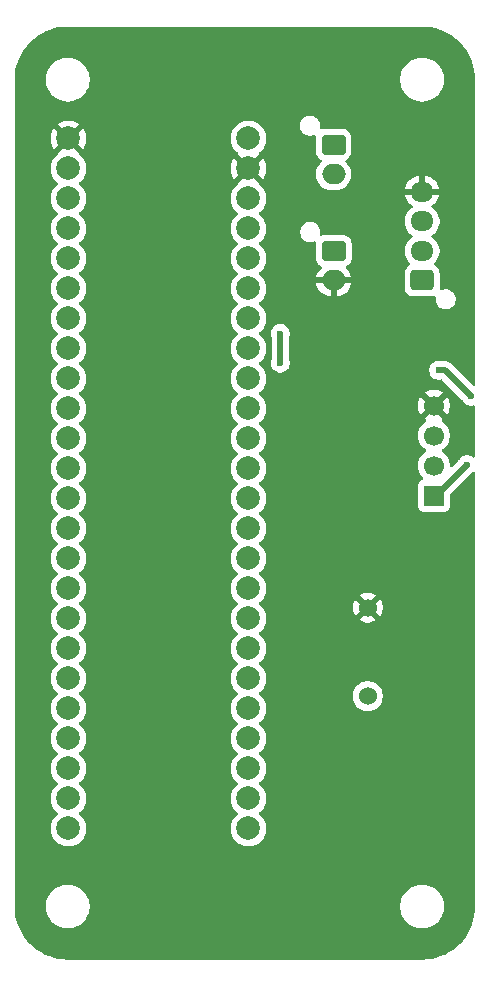
<source format=gbr>
%TF.GenerationSoftware,KiCad,Pcbnew,9.0.0*%
%TF.CreationDate,2026-01-12T14:03:56-05:00*%
%TF.ProjectId,nick_egorov_flight_computer,6e69636b-5f65-4676-9f72-6f765f666c69,rev?*%
%TF.SameCoordinates,Original*%
%TF.FileFunction,Copper,L2,Bot*%
%TF.FilePolarity,Positive*%
%FSLAX46Y46*%
G04 Gerber Fmt 4.6, Leading zero omitted, Abs format (unit mm)*
G04 Created by KiCad (PCBNEW 9.0.0) date 2026-01-12 14:03:56*
%MOMM*%
%LPD*%
G01*
G04 APERTURE LIST*
G04 Aperture macros list*
%AMRoundRect*
0 Rectangle with rounded corners*
0 $1 Rounding radius*
0 $2 $3 $4 $5 $6 $7 $8 $9 X,Y pos of 4 corners*
0 Add a 4 corners polygon primitive as box body*
4,1,4,$2,$3,$4,$5,$6,$7,$8,$9,$2,$3,0*
0 Add four circle primitives for the rounded corners*
1,1,$1+$1,$2,$3*
1,1,$1+$1,$4,$5*
1,1,$1+$1,$6,$7*
1,1,$1+$1,$8,$9*
0 Add four rect primitives between the rounded corners*
20,1,$1+$1,$2,$3,$4,$5,0*
20,1,$1+$1,$4,$5,$6,$7,0*
20,1,$1+$1,$6,$7,$8,$9,0*
20,1,$1+$1,$8,$9,$2,$3,0*%
G04 Aperture macros list end*
%TA.AperFunction,ComponentPad*%
%ADD10R,1.700000X1.700000*%
%TD*%
%TA.AperFunction,ComponentPad*%
%ADD11C,1.700000*%
%TD*%
%TA.AperFunction,ComponentPad*%
%ADD12RoundRect,0.250000X0.725000X-0.600000X0.725000X0.600000X-0.725000X0.600000X-0.725000X-0.600000X0*%
%TD*%
%TA.AperFunction,ComponentPad*%
%ADD13O,1.950000X1.700000*%
%TD*%
%TA.AperFunction,ComponentPad*%
%ADD14RoundRect,0.250000X-0.750000X0.600000X-0.750000X-0.600000X0.750000X-0.600000X0.750000X0.600000X0*%
%TD*%
%TA.AperFunction,ComponentPad*%
%ADD15O,2.000000X1.700000*%
%TD*%
%TA.AperFunction,ComponentPad*%
%ADD16C,1.524000*%
%TD*%
%TA.AperFunction,ComponentPad*%
%ADD17C,2.000000*%
%TD*%
%TA.AperFunction,ViaPad*%
%ADD18C,0.600000*%
%TD*%
%TA.AperFunction,Conductor*%
%ADD19C,0.500000*%
%TD*%
G04 APERTURE END LIST*
D10*
%TO.P,J1,1,Pin_1*%
%TO.N,+3.3V*%
X131000000Y-105220000D03*
D11*
%TO.P,J1,2,Pin_2*%
%TO.N,SDA*%
X131000000Y-102680000D03*
%TO.P,J1,3,Pin_3*%
%TO.N,SCL*%
X131000000Y-100140000D03*
%TO.P,J1,4,Pin_4*%
%TO.N,GND*%
X131000000Y-97600000D03*
%TD*%
D12*
%TO.P,J1,1,Pin_1*%
%TO.N,+3.3V*%
X130000000Y-87000000D03*
D13*
%TO.P,J1,2,Pin_2*%
%TO.N,TX*%
X130000000Y-84500000D03*
%TO.P,J1,3,Pin_3*%
%TO.N,RX*%
X130000000Y-82000000D03*
%TO.P,J1,4,Pin_4*%
%TO.N,GND*%
X130000000Y-79500000D03*
%TD*%
D14*
%TO.P,J2,1,Pin_1*%
%TO.N,Net-(J2-Pin_1)*%
X122500000Y-75500000D03*
D15*
%TO.P,J2,2,Pin_2*%
%TO.N,Net-(J2-Pin_2)*%
X122500000Y-78000000D03*
%TD*%
D14*
%TO.P,J3,1,Pin_1*%
%TO.N,Net-(J2-Pin_2)*%
X122525000Y-84500000D03*
D15*
%TO.P,J3,2,Pin_2*%
%TO.N,GND*%
X122525000Y-87000000D03*
%TD*%
D16*
%TO.P,BZ1,1,+*%
%TO.N,Net-(BZ1-+)*%
X125400000Y-122200000D03*
%TO.P,BZ1,2,-*%
%TO.N,GND*%
X125400000Y-114700000D03*
%TD*%
D17*
%TO.P,Teensy4.1,0,RX1*%
%TO.N,RX*%
X100060000Y-77520000D03*
%TO.P,Teensy4.1,1,TX1*%
%TO.N,TX*%
X100060000Y-80060000D03*
%TO.P,Teensy4.1,2,PWM*%
%TO.N,unconnected-(Teensy4.1-PWM-Pad2)*%
X100060000Y-82600000D03*
%TO.P,Teensy4.1,3,PWM*%
%TO.N,unconnected-(Teensy4.1-PWM-Pad3)*%
X100060000Y-85140000D03*
%TO.P,Teensy4.1,3V,3.3V*%
%TO.N,unconnected-(Teensy4.1-3.3V-Pad3V)*%
X100060000Y-110540000D03*
%TO.P,Teensy4.1,3V1,3.3V*%
%TO.N,+3.3V*%
X115300000Y-80060000D03*
%TO.P,Teensy4.1,4,PWM*%
%TO.N,unconnected-(Teensy4.1-PWM-Pad4)*%
X100060000Y-87680000D03*
%TO.P,Teensy4.1,5,PWM*%
%TO.N,unconnected-(Teensy4.1-PWM-Pad5)*%
X100060000Y-90220000D03*
%TO.P,Teensy4.1,5V,VIN*%
%TO.N,Net-(J2-Pin_1)*%
X115300000Y-74980000D03*
%TO.P,Teensy4.1,6,PWM*%
%TO.N,unconnected-(Teensy4.1-PWM-Pad6)*%
X100060000Y-92760000D03*
%TO.P,Teensy4.1,7,RX2*%
%TO.N,unconnected-(Teensy4.1-RX2-Pad7)*%
X100060000Y-95300000D03*
%TO.P,Teensy4.1,8,TX2*%
%TO.N,unconnected-(Teensy4.1-TX2-Pad8)*%
X100060000Y-97840000D03*
%TO.P,Teensy4.1,9,PWM*%
%TO.N,unconnected-(Teensy4.1-PWM-Pad9)*%
X100060000Y-100380000D03*
%TO.P,Teensy4.1,10,CS*%
%TO.N,unconnected-(Teensy4.1-CS-Pad10)*%
X100060000Y-102920000D03*
%TO.P,Teensy4.1,11,MOSI*%
%TO.N,unconnected-(Teensy4.1-MOSI-Pad11)*%
X100060000Y-105460000D03*
%TO.P,Teensy4.1,12,MISO*%
%TO.N,unconnected-(Teensy4.1-MISO-Pad12)*%
X100060000Y-108000000D03*
%TO.P,Teensy4.1,13,SCK*%
%TO.N,unconnected-(Teensy4.1-SCK-Pad13)*%
X115300000Y-108000000D03*
%TO.P,Teensy4.1,14,A0*%
%TO.N,unconnected-(Teensy4.1-A0-Pad14)*%
X115300000Y-105460000D03*
%TO.P,Teensy4.1,15,A1*%
%TO.N,unconnected-(Teensy4.1-A1-Pad15)*%
X115300000Y-102920000D03*
%TO.P,Teensy4.1,16,A2*%
%TO.N,unconnected-(Teensy4.1-A2-Pad16)*%
X115300000Y-100380000D03*
%TO.P,Teensy4.1,17,A3*%
%TO.N,unconnected-(Teensy4.1-A3-Pad17)*%
X115300000Y-97840000D03*
%TO.P,Teensy4.1,18,SDA*%
%TO.N,SDA*%
X115300000Y-95300000D03*
%TO.P,Teensy4.1,19,SCL*%
%TO.N,SCL*%
X115300000Y-92760000D03*
%TO.P,Teensy4.1,20,TX5*%
%TO.N,unconnected-(Teensy4.1-TX5-Pad20)*%
X115300000Y-90220000D03*
%TO.P,Teensy4.1,21,RX5*%
%TO.N,unconnected-(Teensy4.1-RX5-Pad21)*%
X115300000Y-87680000D03*
%TO.P,Teensy4.1,22,PWM*%
%TO.N,unconnected-(Teensy4.1-PWM-Pad22)*%
X115300000Y-85140000D03*
%TO.P,Teensy4.1,23,PWM*%
%TO.N,unconnected-(Teensy4.1-PWM-Pad23)*%
X115300000Y-82600000D03*
%TO.P,Teensy4.1,24,SCL2*%
%TO.N,unconnected-(Teensy4.1-SCL2-Pad24)*%
X100060000Y-113080000D03*
%TO.P,Teensy4.1,25,SDA2*%
%TO.N,unconnected-(Teensy4.1-SDA2-Pad25)*%
X100060000Y-115620000D03*
%TO.P,Teensy4.1,26,MOSI1*%
%TO.N,unconnected-(Teensy4.1-MOSI1-Pad26)*%
X100060000Y-118160000D03*
%TO.P,Teensy4.1,27,SCK1*%
%TO.N,unconnected-(Teensy4.1-SCK1-Pad27)*%
X100060000Y-120700000D03*
%TO.P,Teensy4.1,28,RX7*%
%TO.N,unconnected-(Teensy4.1-RX7-Pad28)*%
X100060000Y-123240000D03*
%TO.P,Teensy4.1,29,TX7*%
%TO.N,unconnected-(Teensy4.1-TX7-Pad29)*%
X100060000Y-125780000D03*
%TO.P,Teensy4.1,30,GPIO*%
%TO.N,Net-(D3-A)*%
X100060000Y-128320000D03*
%TO.P,Teensy4.1,31,GPIO*%
%TO.N,Net-(D1-A)*%
X100060000Y-130860000D03*
%TO.P,Teensy4.1,32,GPIO*%
%TO.N,Net-(D2-A)*%
X100060000Y-133400000D03*
%TO.P,Teensy4.1,33,PWM*%
%TO.N,Net-(BZ1-+)*%
X115300000Y-133400000D03*
%TO.P,Teensy4.1,34,RX8*%
%TO.N,unconnected-(Teensy4.1-RX8-Pad34)*%
X115300000Y-130860000D03*
%TO.P,Teensy4.1,35,TX8*%
%TO.N,unconnected-(Teensy4.1-TX8-Pad35)*%
X115300000Y-128320000D03*
%TO.P,Teensy4.1,36,PWM*%
%TO.N,unconnected-(Teensy4.1-PWM-Pad36)*%
X115300000Y-125780000D03*
%TO.P,Teensy4.1,37,PWM*%
%TO.N,unconnected-(Teensy4.1-PWM-Pad37)*%
X115300000Y-123240000D03*
%TO.P,Teensy4.1,38,CS1*%
%TO.N,unconnected-(Teensy4.1-CS1-Pad38)*%
X115300000Y-120700000D03*
%TO.P,Teensy4.1,39,MISO1*%
%TO.N,unconnected-(Teensy4.1-MISO1-Pad39)*%
X115300000Y-118160000D03*
%TO.P,Teensy4.1,40,A16*%
%TO.N,unconnected-(Teensy4.1-A16-Pad40)*%
X115300000Y-115620000D03*
%TO.P,Teensy4.1,41,A17*%
%TO.N,unconnected-(Teensy4.1-A17-Pad41)*%
X115300000Y-113080000D03*
%TO.P,Teensy4.1,G,GND*%
%TO.N,GND*%
X100060000Y-74980000D03*
%TO.P,Teensy4.1,G1,GND*%
X115300000Y-77520000D03*
%TO.P,Teensy4.1,G2,GND*%
%TO.N,unconnected-(Teensy4.1-GND-PadG2)*%
X115300000Y-110540000D03*
%TD*%
D18*
%TO.N,GND*%
X124380179Y-99875000D03*
X119362500Y-104200000D03*
X123600000Y-130200000D03*
X124600000Y-93878300D03*
X128200000Y-130200000D03*
X121700000Y-100700000D03*
X120750000Y-95100000D03*
X127129581Y-100450846D03*
X118800000Y-130200000D03*
X125500000Y-94600000D03*
X124362500Y-106200000D03*
X123000000Y-107000000D03*
X122500000Y-100700000D03*
X125362500Y-100450000D03*
X120600000Y-107000000D03*
X126400000Y-106200000D03*
X123324748Y-99875000D03*
%TO.N,+3.3V*%
X131400000Y-94600000D03*
X133800000Y-102600000D03*
X134150000Y-96800000D03*
X118000000Y-91500000D03*
X118000000Y-94000000D03*
%TD*%
D19*
%TO.N,+3.3V*%
X133800000Y-102600000D02*
X131180000Y-105220000D01*
X131180000Y-105220000D02*
X131000000Y-105220000D01*
X131400000Y-94600000D02*
X131950000Y-94600000D01*
X131950000Y-94600000D02*
X134150000Y-96800000D01*
X118000000Y-91500000D02*
X118000000Y-94000000D01*
%TD*%
%TA.AperFunction,Conductor*%
%TO.N,GND*%
G36*
X130002702Y-65500617D02*
G01*
X130386771Y-65517386D01*
X130397506Y-65518326D01*
X130775971Y-65568152D01*
X130786597Y-65570025D01*
X131159284Y-65652648D01*
X131169710Y-65655442D01*
X131533765Y-65770227D01*
X131543911Y-65773920D01*
X131896578Y-65920000D01*
X131906369Y-65924566D01*
X132244942Y-66100816D01*
X132254310Y-66106224D01*
X132576244Y-66311318D01*
X132585105Y-66317523D01*
X132887930Y-66549889D01*
X132896217Y-66556843D01*
X133177635Y-66814715D01*
X133185284Y-66822364D01*
X133443156Y-67103782D01*
X133450110Y-67112069D01*
X133682476Y-67414894D01*
X133688681Y-67423755D01*
X133893775Y-67745689D01*
X133899183Y-67755057D01*
X134075430Y-68093623D01*
X134080002Y-68103427D01*
X134226075Y-68456078D01*
X134229775Y-68466244D01*
X134344554Y-68830278D01*
X134347354Y-68840727D01*
X134429971Y-69213389D01*
X134431849Y-69224042D01*
X134481671Y-69602473D01*
X134482614Y-69613249D01*
X134499382Y-69997297D01*
X134499500Y-70002706D01*
X134499500Y-95788769D01*
X134479815Y-95855808D01*
X134427011Y-95901563D01*
X134357853Y-95911507D01*
X134294297Y-95882482D01*
X134287819Y-95876450D01*
X132428421Y-94017052D01*
X132428414Y-94017046D01*
X132354729Y-93967812D01*
X132354729Y-93967813D01*
X132305491Y-93934913D01*
X132168917Y-93878343D01*
X132168907Y-93878340D01*
X132023920Y-93849500D01*
X132023918Y-93849500D01*
X131704604Y-93849500D01*
X131657155Y-93840062D01*
X131633497Y-93830263D01*
X131633493Y-93830262D01*
X131633488Y-93830260D01*
X131478845Y-93799500D01*
X131478842Y-93799500D01*
X131321158Y-93799500D01*
X131321155Y-93799500D01*
X131166510Y-93830261D01*
X131166498Y-93830264D01*
X131020827Y-93890602D01*
X131020814Y-93890609D01*
X130889711Y-93978210D01*
X130889707Y-93978213D01*
X130778213Y-94089707D01*
X130778210Y-94089711D01*
X130690609Y-94220814D01*
X130690602Y-94220827D01*
X130630264Y-94366498D01*
X130630261Y-94366510D01*
X130599500Y-94521153D01*
X130599500Y-94678846D01*
X130630261Y-94833489D01*
X130630264Y-94833501D01*
X130690602Y-94979172D01*
X130690609Y-94979185D01*
X130778210Y-95110288D01*
X130778213Y-95110292D01*
X130889707Y-95221786D01*
X130889711Y-95221789D01*
X131020814Y-95309390D01*
X131020827Y-95309397D01*
X131148915Y-95362452D01*
X131166503Y-95369737D01*
X131321153Y-95400499D01*
X131321156Y-95400500D01*
X131321158Y-95400500D01*
X131478844Y-95400500D01*
X131563691Y-95383622D01*
X131589236Y-95378541D01*
X131658828Y-95384768D01*
X131701109Y-95412477D01*
X133403927Y-97115295D01*
X133430807Y-97155523D01*
X133440604Y-97179175D01*
X133440609Y-97179185D01*
X133528210Y-97310288D01*
X133528213Y-97310292D01*
X133639707Y-97421786D01*
X133639711Y-97421789D01*
X133770814Y-97509390D01*
X133770827Y-97509397D01*
X133916498Y-97569735D01*
X133916503Y-97569737D01*
X134068639Y-97599999D01*
X134071153Y-97600499D01*
X134071156Y-97600500D01*
X134071158Y-97600500D01*
X134228844Y-97600500D01*
X134351308Y-97576140D01*
X134420900Y-97582367D01*
X134476077Y-97625230D01*
X134499322Y-97691120D01*
X134499500Y-97697757D01*
X134499500Y-101872649D01*
X134479815Y-101939688D01*
X134427011Y-101985443D01*
X134357853Y-101995387D01*
X134306609Y-101975751D01*
X134179185Y-101890609D01*
X134179172Y-101890602D01*
X134033501Y-101830264D01*
X134033489Y-101830261D01*
X133878845Y-101799500D01*
X133878842Y-101799500D01*
X133721158Y-101799500D01*
X133721155Y-101799500D01*
X133566510Y-101830261D01*
X133566498Y-101830264D01*
X133420827Y-101890602D01*
X133420814Y-101890609D01*
X133289711Y-101978210D01*
X133289707Y-101978213D01*
X133178213Y-102089707D01*
X133178207Y-102089715D01*
X133090607Y-102220818D01*
X133090605Y-102220822D01*
X133080805Y-102244480D01*
X133053927Y-102284704D01*
X132562181Y-102776451D01*
X132500858Y-102809936D01*
X132431167Y-102804952D01*
X132375233Y-102763081D01*
X132350816Y-102697616D01*
X132350500Y-102688770D01*
X132350500Y-102573713D01*
X132317246Y-102363760D01*
X132317246Y-102363757D01*
X132251557Y-102161588D01*
X132155051Y-101972184D01*
X132155049Y-101972181D01*
X132155048Y-101972179D01*
X132030109Y-101800213D01*
X131879786Y-101649890D01*
X131707820Y-101524951D01*
X131706962Y-101524514D01*
X131699054Y-101520485D01*
X131648259Y-101472512D01*
X131631463Y-101404692D01*
X131653999Y-101338556D01*
X131699054Y-101299515D01*
X131707816Y-101295051D01*
X131729789Y-101279086D01*
X131879786Y-101170109D01*
X131879788Y-101170106D01*
X131879792Y-101170104D01*
X132030104Y-101019792D01*
X132030106Y-101019788D01*
X132030109Y-101019786D01*
X132155048Y-100847820D01*
X132155047Y-100847820D01*
X132155051Y-100847816D01*
X132251557Y-100658412D01*
X132317246Y-100456243D01*
X132350500Y-100246287D01*
X132350500Y-100033713D01*
X132317246Y-99823757D01*
X132251557Y-99621588D01*
X132155051Y-99432184D01*
X132155049Y-99432181D01*
X132155048Y-99432179D01*
X132030109Y-99260213D01*
X131879786Y-99109890D01*
X131707817Y-98984949D01*
X131698504Y-98980204D01*
X131647707Y-98932230D01*
X131630912Y-98864409D01*
X131653449Y-98798274D01*
X131698507Y-98759232D01*
X131707555Y-98754622D01*
X131761716Y-98715270D01*
X131761717Y-98715270D01*
X131129408Y-98082962D01*
X131192993Y-98065925D01*
X131307007Y-98000099D01*
X131400099Y-97907007D01*
X131465925Y-97792993D01*
X131482962Y-97729408D01*
X132115270Y-98361717D01*
X132115270Y-98361716D01*
X132154622Y-98307554D01*
X132251095Y-98118217D01*
X132316757Y-97916130D01*
X132316757Y-97916127D01*
X132350000Y-97706246D01*
X132350000Y-97493753D01*
X132316757Y-97283872D01*
X132316757Y-97283869D01*
X132251095Y-97081782D01*
X132154624Y-96892449D01*
X132115270Y-96838282D01*
X132115269Y-96838282D01*
X131482962Y-97470590D01*
X131465925Y-97407007D01*
X131400099Y-97292993D01*
X131307007Y-97199901D01*
X131192993Y-97134075D01*
X131129409Y-97117037D01*
X131761716Y-96484728D01*
X131707550Y-96445375D01*
X131518217Y-96348904D01*
X131316129Y-96283242D01*
X131106246Y-96250000D01*
X130893754Y-96250000D01*
X130683872Y-96283242D01*
X130683869Y-96283242D01*
X130481782Y-96348904D01*
X130292439Y-96445380D01*
X130238282Y-96484727D01*
X130238282Y-96484728D01*
X130870591Y-97117037D01*
X130807007Y-97134075D01*
X130692993Y-97199901D01*
X130599901Y-97292993D01*
X130534075Y-97407007D01*
X130517037Y-97470591D01*
X129884728Y-96838282D01*
X129884727Y-96838282D01*
X129845380Y-96892439D01*
X129748904Y-97081782D01*
X129683242Y-97283869D01*
X129683242Y-97283872D01*
X129650000Y-97493753D01*
X129650000Y-97706246D01*
X129683242Y-97916127D01*
X129683242Y-97916130D01*
X129748904Y-98118217D01*
X129845375Y-98307550D01*
X129884728Y-98361716D01*
X130517037Y-97729408D01*
X130534075Y-97792993D01*
X130599901Y-97907007D01*
X130692993Y-98000099D01*
X130807007Y-98065925D01*
X130870590Y-98082962D01*
X130238282Y-98715269D01*
X130238282Y-98715270D01*
X130292452Y-98754626D01*
X130292451Y-98754626D01*
X130301495Y-98759234D01*
X130352292Y-98807208D01*
X130369087Y-98875029D01*
X130346550Y-98941164D01*
X130301499Y-98980202D01*
X130292182Y-98984949D01*
X130120213Y-99109890D01*
X129969890Y-99260213D01*
X129844951Y-99432179D01*
X129748444Y-99621585D01*
X129682753Y-99823760D01*
X129650305Y-100028631D01*
X129649500Y-100033713D01*
X129649500Y-100246287D01*
X129682754Y-100456243D01*
X129696353Y-100498097D01*
X129748444Y-100658414D01*
X129844951Y-100847820D01*
X129969890Y-101019786D01*
X130120213Y-101170109D01*
X130292182Y-101295050D01*
X130300946Y-101299516D01*
X130351742Y-101347491D01*
X130368536Y-101415312D01*
X130345998Y-101481447D01*
X130300946Y-101520484D01*
X130292182Y-101524949D01*
X130120213Y-101649890D01*
X129969890Y-101800213D01*
X129844951Y-101972179D01*
X129748444Y-102161585D01*
X129682753Y-102363760D01*
X129649500Y-102573713D01*
X129649500Y-102786286D01*
X129682396Y-102993986D01*
X129682754Y-102996243D01*
X129696353Y-103038097D01*
X129748444Y-103198414D01*
X129844951Y-103387820D01*
X129969890Y-103559786D01*
X130083430Y-103673326D01*
X130116915Y-103734649D01*
X130111931Y-103804341D01*
X130070059Y-103860274D01*
X130039083Y-103877189D01*
X129907669Y-103926203D01*
X129907664Y-103926206D01*
X129792455Y-104012452D01*
X129792452Y-104012455D01*
X129706206Y-104127664D01*
X129706202Y-104127671D01*
X129655908Y-104262517D01*
X129649501Y-104322116D01*
X129649500Y-104322135D01*
X129649500Y-106117870D01*
X129649501Y-106117876D01*
X129655908Y-106177483D01*
X129706202Y-106312328D01*
X129706206Y-106312335D01*
X129792452Y-106427544D01*
X129792455Y-106427547D01*
X129907664Y-106513793D01*
X129907671Y-106513797D01*
X130042517Y-106564091D01*
X130042516Y-106564091D01*
X130049444Y-106564835D01*
X130102127Y-106570500D01*
X131897872Y-106570499D01*
X131957483Y-106564091D01*
X132092331Y-106513796D01*
X132207546Y-106427546D01*
X132293796Y-106312331D01*
X132344091Y-106177483D01*
X132350500Y-106117873D01*
X132350499Y-105162228D01*
X132370183Y-105095190D01*
X132386813Y-105074553D01*
X134115296Y-103346069D01*
X134137881Y-103328212D01*
X134146335Y-103322997D01*
X134179179Y-103309394D01*
X134308492Y-103222989D01*
X134310408Y-103221808D01*
X134342028Y-103213157D01*
X134373287Y-103203370D01*
X134375543Y-103203988D01*
X134377802Y-103203371D01*
X134409077Y-103213188D01*
X134440667Y-103221855D01*
X134442230Y-103223595D01*
X134444464Y-103224297D01*
X134465455Y-103249451D01*
X134487357Y-103273833D01*
X134487937Y-103276390D01*
X134489231Y-103277941D01*
X134490383Y-103287173D01*
X134499500Y-103327350D01*
X134499500Y-139997293D01*
X134499382Y-140002702D01*
X134482614Y-140386750D01*
X134481671Y-140397526D01*
X134431849Y-140775957D01*
X134429971Y-140786610D01*
X134347354Y-141159272D01*
X134344554Y-141169721D01*
X134229775Y-141533755D01*
X134226075Y-141543921D01*
X134080002Y-141896572D01*
X134075430Y-141906376D01*
X133899183Y-142244942D01*
X133893775Y-142254310D01*
X133688681Y-142576244D01*
X133682476Y-142585105D01*
X133450110Y-142887930D01*
X133443156Y-142896217D01*
X133185284Y-143177635D01*
X133177635Y-143185284D01*
X132896217Y-143443156D01*
X132887930Y-143450110D01*
X132585105Y-143682476D01*
X132576244Y-143688681D01*
X132254310Y-143893775D01*
X132244942Y-143899183D01*
X131906376Y-144075430D01*
X131896572Y-144080002D01*
X131543921Y-144226075D01*
X131533755Y-144229775D01*
X131169721Y-144344554D01*
X131159272Y-144347354D01*
X130786610Y-144429971D01*
X130775957Y-144431849D01*
X130397526Y-144481671D01*
X130386750Y-144482614D01*
X130002703Y-144499382D01*
X129997294Y-144499500D01*
X100002706Y-144499500D01*
X99997297Y-144499382D01*
X99613249Y-144482614D01*
X99602473Y-144481671D01*
X99224042Y-144431849D01*
X99213389Y-144429971D01*
X98840727Y-144347354D01*
X98830278Y-144344554D01*
X98466244Y-144229775D01*
X98456078Y-144226075D01*
X98103427Y-144080002D01*
X98093623Y-144075430D01*
X97755057Y-143899183D01*
X97745689Y-143893775D01*
X97423755Y-143688681D01*
X97414894Y-143682476D01*
X97112069Y-143450110D01*
X97103782Y-143443156D01*
X96822364Y-143185284D01*
X96814715Y-143177635D01*
X96556843Y-142896217D01*
X96549889Y-142887930D01*
X96317523Y-142585105D01*
X96311318Y-142576244D01*
X96106224Y-142254310D01*
X96100816Y-142244942D01*
X95924569Y-141906376D01*
X95919997Y-141896572D01*
X95773920Y-141543911D01*
X95770224Y-141533755D01*
X95655442Y-141169710D01*
X95652648Y-141159284D01*
X95570025Y-140786597D01*
X95568152Y-140775971D01*
X95518326Y-140397506D01*
X95517386Y-140386771D01*
X95500618Y-140002702D01*
X95500500Y-139997293D01*
X95500500Y-139878711D01*
X98149500Y-139878711D01*
X98149500Y-140121288D01*
X98181161Y-140361785D01*
X98243947Y-140596104D01*
X98336773Y-140820205D01*
X98336776Y-140820212D01*
X98458064Y-141030289D01*
X98458066Y-141030292D01*
X98458067Y-141030293D01*
X98605733Y-141222736D01*
X98605739Y-141222743D01*
X98777256Y-141394260D01*
X98777262Y-141394265D01*
X98969711Y-141541936D01*
X99179788Y-141663224D01*
X99403900Y-141756054D01*
X99638211Y-141818838D01*
X99818586Y-141842584D01*
X99878711Y-141850500D01*
X99878712Y-141850500D01*
X100121289Y-141850500D01*
X100169388Y-141844167D01*
X100361789Y-141818838D01*
X100596100Y-141756054D01*
X100820212Y-141663224D01*
X101030289Y-141541936D01*
X101222738Y-141394265D01*
X101394265Y-141222738D01*
X101541936Y-141030289D01*
X101663224Y-140820212D01*
X101756054Y-140596100D01*
X101818838Y-140361789D01*
X101850500Y-140121288D01*
X101850500Y-139878712D01*
X101850500Y-139878711D01*
X128149500Y-139878711D01*
X128149500Y-140121288D01*
X128181161Y-140361785D01*
X128243947Y-140596104D01*
X128336773Y-140820205D01*
X128336776Y-140820212D01*
X128458064Y-141030289D01*
X128458066Y-141030292D01*
X128458067Y-141030293D01*
X128605733Y-141222736D01*
X128605739Y-141222743D01*
X128777256Y-141394260D01*
X128777262Y-141394265D01*
X128969711Y-141541936D01*
X129179788Y-141663224D01*
X129403900Y-141756054D01*
X129638211Y-141818838D01*
X129818586Y-141842584D01*
X129878711Y-141850500D01*
X129878712Y-141850500D01*
X130121289Y-141850500D01*
X130169388Y-141844167D01*
X130361789Y-141818838D01*
X130596100Y-141756054D01*
X130820212Y-141663224D01*
X131030289Y-141541936D01*
X131222738Y-141394265D01*
X131394265Y-141222738D01*
X131541936Y-141030289D01*
X131663224Y-140820212D01*
X131756054Y-140596100D01*
X131818838Y-140361789D01*
X131850500Y-140121288D01*
X131850500Y-139878712D01*
X131818838Y-139638211D01*
X131756054Y-139403900D01*
X131663224Y-139179788D01*
X131541936Y-138969711D01*
X131394265Y-138777262D01*
X131394260Y-138777256D01*
X131222743Y-138605739D01*
X131222736Y-138605733D01*
X131030293Y-138458067D01*
X131030292Y-138458066D01*
X131030289Y-138458064D01*
X130820212Y-138336776D01*
X130820205Y-138336773D01*
X130596104Y-138243947D01*
X130361785Y-138181161D01*
X130121289Y-138149500D01*
X130121288Y-138149500D01*
X129878712Y-138149500D01*
X129878711Y-138149500D01*
X129638214Y-138181161D01*
X129403895Y-138243947D01*
X129179794Y-138336773D01*
X129179785Y-138336777D01*
X128969706Y-138458067D01*
X128777263Y-138605733D01*
X128777256Y-138605739D01*
X128605739Y-138777256D01*
X128605733Y-138777263D01*
X128458067Y-138969706D01*
X128336777Y-139179785D01*
X128336773Y-139179794D01*
X128243947Y-139403895D01*
X128181161Y-139638214D01*
X128149500Y-139878711D01*
X101850500Y-139878711D01*
X101818838Y-139638211D01*
X101756054Y-139403900D01*
X101663224Y-139179788D01*
X101541936Y-138969711D01*
X101394265Y-138777262D01*
X101394260Y-138777256D01*
X101222743Y-138605739D01*
X101222736Y-138605733D01*
X101030293Y-138458067D01*
X101030292Y-138458066D01*
X101030289Y-138458064D01*
X100820212Y-138336776D01*
X100820205Y-138336773D01*
X100596104Y-138243947D01*
X100361785Y-138181161D01*
X100121289Y-138149500D01*
X100121288Y-138149500D01*
X99878712Y-138149500D01*
X99878711Y-138149500D01*
X99638214Y-138181161D01*
X99403895Y-138243947D01*
X99179794Y-138336773D01*
X99179785Y-138336777D01*
X98969706Y-138458067D01*
X98777263Y-138605733D01*
X98777256Y-138605739D01*
X98605739Y-138777256D01*
X98605733Y-138777263D01*
X98458067Y-138969706D01*
X98336777Y-139179785D01*
X98336773Y-139179794D01*
X98243947Y-139403895D01*
X98181161Y-139638214D01*
X98149500Y-139878711D01*
X95500500Y-139878711D01*
X95500500Y-77401902D01*
X98559500Y-77401902D01*
X98559500Y-77638097D01*
X98596446Y-77871368D01*
X98669433Y-78095996D01*
X98776519Y-78306163D01*
X98776657Y-78306433D01*
X98915483Y-78497510D01*
X99082490Y-78664517D01*
X99117127Y-78689683D01*
X99159792Y-78745013D01*
X99165771Y-78814626D01*
X99133165Y-78876421D01*
X99117130Y-78890315D01*
X99099365Y-78903222D01*
X99082488Y-78915484D01*
X98915485Y-79082487D01*
X98915485Y-79082488D01*
X98915483Y-79082490D01*
X98862766Y-79155048D01*
X98776657Y-79273566D01*
X98669433Y-79484003D01*
X98596446Y-79708631D01*
X98559500Y-79941902D01*
X98559500Y-80178097D01*
X98596446Y-80411368D01*
X98669433Y-80635996D01*
X98771397Y-80836110D01*
X98776657Y-80846433D01*
X98915483Y-81037510D01*
X99082490Y-81204517D01*
X99117127Y-81229683D01*
X99159792Y-81285013D01*
X99165771Y-81354626D01*
X99133165Y-81416421D01*
X99117130Y-81430315D01*
X99099365Y-81443222D01*
X99082488Y-81455484D01*
X98915485Y-81622487D01*
X98915485Y-81622488D01*
X98915483Y-81622490D01*
X98870970Y-81683757D01*
X98776657Y-81813566D01*
X98669433Y-82024003D01*
X98596446Y-82248631D01*
X98559500Y-82481902D01*
X98559500Y-82718097D01*
X98596446Y-82951368D01*
X98669433Y-83175996D01*
X98736331Y-83307289D01*
X98776657Y-83386433D01*
X98915483Y-83577510D01*
X99082490Y-83744517D01*
X99117127Y-83769683D01*
X99159792Y-83825013D01*
X99165771Y-83894626D01*
X99133165Y-83956421D01*
X99117130Y-83970315D01*
X99101619Y-83981585D01*
X99082488Y-83995484D01*
X98915485Y-84162487D01*
X98915485Y-84162488D01*
X98915483Y-84162490D01*
X98855862Y-84244550D01*
X98776657Y-84353566D01*
X98669433Y-84564003D01*
X98596446Y-84788631D01*
X98559500Y-85021902D01*
X98559500Y-85258097D01*
X98596446Y-85491368D01*
X98669433Y-85715996D01*
X98737967Y-85850500D01*
X98776657Y-85926433D01*
X98915483Y-86117510D01*
X99082490Y-86284517D01*
X99117127Y-86309683D01*
X99159792Y-86365013D01*
X99165771Y-86434626D01*
X99133165Y-86496421D01*
X99117130Y-86510315D01*
X99099365Y-86523222D01*
X99082488Y-86535484D01*
X98915485Y-86702487D01*
X98915485Y-86702488D01*
X98915483Y-86702490D01*
X98880965Y-86750000D01*
X98776657Y-86893566D01*
X98669433Y-87104003D01*
X98596446Y-87328631D01*
X98559500Y-87561902D01*
X98559500Y-87798097D01*
X98596446Y-88031368D01*
X98669433Y-88255996D01*
X98763222Y-88440065D01*
X98776657Y-88466433D01*
X98915483Y-88657510D01*
X99082490Y-88824517D01*
X99117127Y-88849683D01*
X99159792Y-88905013D01*
X99165771Y-88974626D01*
X99133165Y-89036421D01*
X99117130Y-89050315D01*
X99099365Y-89063222D01*
X99082488Y-89075484D01*
X98915485Y-89242487D01*
X98915485Y-89242488D01*
X98915483Y-89242490D01*
X98855862Y-89324550D01*
X98776657Y-89433566D01*
X98669433Y-89644003D01*
X98596446Y-89868631D01*
X98559500Y-90101902D01*
X98559500Y-90338097D01*
X98596446Y-90571368D01*
X98669433Y-90795996D01*
X98768135Y-90989707D01*
X98776657Y-91006433D01*
X98915483Y-91197510D01*
X99082490Y-91364517D01*
X99117127Y-91389683D01*
X99159792Y-91445013D01*
X99165771Y-91514626D01*
X99133165Y-91576421D01*
X99117130Y-91590315D01*
X99099365Y-91603222D01*
X99082488Y-91615484D01*
X98915485Y-91782487D01*
X98915485Y-91782488D01*
X98915483Y-91782490D01*
X98855862Y-91864550D01*
X98776657Y-91973566D01*
X98669433Y-92184003D01*
X98596446Y-92408631D01*
X98559500Y-92641902D01*
X98559500Y-92878097D01*
X98596446Y-93111368D01*
X98669433Y-93335996D01*
X98776657Y-93546433D01*
X98915483Y-93737510D01*
X99082490Y-93904517D01*
X99117127Y-93929683D01*
X99159792Y-93985013D01*
X99165771Y-94054626D01*
X99133165Y-94116421D01*
X99117130Y-94130315D01*
X99099365Y-94143222D01*
X99082488Y-94155484D01*
X98915485Y-94322487D01*
X98915485Y-94322488D01*
X98915483Y-94322490D01*
X98874301Y-94379172D01*
X98776657Y-94513566D01*
X98669433Y-94724003D01*
X98596446Y-94948631D01*
X98559500Y-95181902D01*
X98559500Y-95418097D01*
X98596446Y-95651368D01*
X98669433Y-95875996D01*
X98772519Y-96078312D01*
X98776657Y-96086433D01*
X98915483Y-96277510D01*
X99082490Y-96444517D01*
X99117127Y-96469683D01*
X99159792Y-96525013D01*
X99165771Y-96594626D01*
X99133165Y-96656421D01*
X99117130Y-96670315D01*
X99099365Y-96683222D01*
X99082488Y-96695484D01*
X98915485Y-96862487D01*
X98915485Y-96862488D01*
X98915483Y-96862490D01*
X98855862Y-96944550D01*
X98776657Y-97053566D01*
X98669433Y-97264003D01*
X98596446Y-97488631D01*
X98559500Y-97721902D01*
X98559500Y-97958097D01*
X98596446Y-98191368D01*
X98669433Y-98415996D01*
X98776657Y-98626433D01*
X98915483Y-98817510D01*
X99082490Y-98984517D01*
X99117127Y-99009683D01*
X99159792Y-99065013D01*
X99165771Y-99134626D01*
X99133165Y-99196421D01*
X99117130Y-99210315D01*
X99099365Y-99223222D01*
X99082488Y-99235484D01*
X98915485Y-99402487D01*
X98915485Y-99402488D01*
X98915483Y-99402490D01*
X98893913Y-99432179D01*
X98776657Y-99593566D01*
X98669433Y-99804003D01*
X98596446Y-100028631D01*
X98559500Y-100261902D01*
X98559500Y-100498097D01*
X98596446Y-100731368D01*
X98669433Y-100955996D01*
X98776657Y-101166433D01*
X98915483Y-101357510D01*
X99082490Y-101524517D01*
X99117127Y-101549683D01*
X99159792Y-101605013D01*
X99165771Y-101674626D01*
X99133165Y-101736421D01*
X99117130Y-101750315D01*
X99099365Y-101763222D01*
X99082488Y-101775484D01*
X98915485Y-101942487D01*
X98915485Y-101942488D01*
X98915483Y-101942490D01*
X98889531Y-101978210D01*
X98776657Y-102133566D01*
X98669433Y-102344003D01*
X98596446Y-102568631D01*
X98559500Y-102801902D01*
X98559500Y-103038097D01*
X98596446Y-103271368D01*
X98669433Y-103495996D01*
X98759788Y-103673326D01*
X98776657Y-103706433D01*
X98915483Y-103897510D01*
X99082490Y-104064517D01*
X99117127Y-104089683D01*
X99159792Y-104145013D01*
X99165771Y-104214626D01*
X99133165Y-104276421D01*
X99117130Y-104290315D01*
X99099365Y-104303222D01*
X99082488Y-104315484D01*
X98915485Y-104482487D01*
X98915485Y-104482488D01*
X98915483Y-104482490D01*
X98855862Y-104564550D01*
X98776657Y-104673566D01*
X98669433Y-104884003D01*
X98596446Y-105108631D01*
X98559500Y-105341902D01*
X98559500Y-105578097D01*
X98596446Y-105811368D01*
X98669433Y-106035996D01*
X98741525Y-106177483D01*
X98776657Y-106246433D01*
X98915483Y-106437510D01*
X99082490Y-106604517D01*
X99117127Y-106629683D01*
X99159792Y-106685013D01*
X99165771Y-106754626D01*
X99133165Y-106816421D01*
X99117130Y-106830315D01*
X99099365Y-106843222D01*
X99082488Y-106855484D01*
X98915485Y-107022487D01*
X98915485Y-107022488D01*
X98915483Y-107022490D01*
X98855862Y-107104550D01*
X98776657Y-107213566D01*
X98669433Y-107424003D01*
X98596446Y-107648631D01*
X98559500Y-107881902D01*
X98559500Y-108118097D01*
X98596446Y-108351368D01*
X98669433Y-108575996D01*
X98776657Y-108786433D01*
X98915483Y-108977510D01*
X99082490Y-109144517D01*
X99117127Y-109169683D01*
X99159792Y-109225013D01*
X99165771Y-109294626D01*
X99133165Y-109356421D01*
X99117130Y-109370315D01*
X99099365Y-109383222D01*
X99082488Y-109395484D01*
X98915485Y-109562487D01*
X98915485Y-109562488D01*
X98915483Y-109562490D01*
X98855862Y-109644550D01*
X98776657Y-109753566D01*
X98669433Y-109964003D01*
X98596446Y-110188631D01*
X98559500Y-110421902D01*
X98559500Y-110658097D01*
X98596446Y-110891368D01*
X98669433Y-111115996D01*
X98776657Y-111326433D01*
X98915483Y-111517510D01*
X99082490Y-111684517D01*
X99117127Y-111709683D01*
X99159792Y-111765013D01*
X99165771Y-111834626D01*
X99133165Y-111896421D01*
X99117130Y-111910315D01*
X99099365Y-111923222D01*
X99082488Y-111935484D01*
X98915485Y-112102487D01*
X98915485Y-112102488D01*
X98915483Y-112102490D01*
X98855862Y-112184550D01*
X98776657Y-112293566D01*
X98669433Y-112504003D01*
X98596446Y-112728631D01*
X98559500Y-112961902D01*
X98559500Y-113198097D01*
X98596446Y-113431368D01*
X98669433Y-113655996D01*
X98776657Y-113866433D01*
X98915483Y-114057510D01*
X99082490Y-114224517D01*
X99117127Y-114249683D01*
X99159792Y-114305013D01*
X99165771Y-114374626D01*
X99133165Y-114436421D01*
X99117130Y-114450315D01*
X99099365Y-114463222D01*
X99082488Y-114475484D01*
X98915485Y-114642487D01*
X98915485Y-114642488D01*
X98915483Y-114642490D01*
X98873699Y-114700001D01*
X98776657Y-114833566D01*
X98669433Y-115044003D01*
X98596446Y-115268631D01*
X98559500Y-115501902D01*
X98559500Y-115738097D01*
X98596446Y-115971368D01*
X98669433Y-116195996D01*
X98776657Y-116406433D01*
X98915483Y-116597510D01*
X99082490Y-116764517D01*
X99117127Y-116789683D01*
X99159792Y-116845013D01*
X99165771Y-116914626D01*
X99133165Y-116976421D01*
X99117130Y-116990315D01*
X99099365Y-117003222D01*
X99082488Y-117015484D01*
X98915485Y-117182487D01*
X98915485Y-117182488D01*
X98915483Y-117182490D01*
X98855862Y-117264550D01*
X98776657Y-117373566D01*
X98669433Y-117584003D01*
X98596446Y-117808631D01*
X98559500Y-118041902D01*
X98559500Y-118278097D01*
X98596446Y-118511368D01*
X98669433Y-118735996D01*
X98776657Y-118946433D01*
X98915483Y-119137510D01*
X99082490Y-119304517D01*
X99117127Y-119329683D01*
X99159792Y-119385013D01*
X99165771Y-119454626D01*
X99133165Y-119516421D01*
X99117130Y-119530315D01*
X99099365Y-119543222D01*
X99082488Y-119555484D01*
X98915485Y-119722487D01*
X98915485Y-119722488D01*
X98915483Y-119722490D01*
X98855862Y-119804550D01*
X98776657Y-119913566D01*
X98669433Y-120124003D01*
X98596446Y-120348631D01*
X98559500Y-120581902D01*
X98559500Y-120818097D01*
X98596446Y-121051368D01*
X98669433Y-121275996D01*
X98721171Y-121377536D01*
X98776657Y-121486433D01*
X98915483Y-121677510D01*
X99082490Y-121844517D01*
X99117127Y-121869683D01*
X99159792Y-121925013D01*
X99165771Y-121994626D01*
X99133165Y-122056421D01*
X99117130Y-122070315D01*
X99099365Y-122083222D01*
X99082488Y-122095484D01*
X98915485Y-122262487D01*
X98915485Y-122262488D01*
X98915483Y-122262490D01*
X98888695Y-122299361D01*
X98776657Y-122453566D01*
X98669433Y-122664003D01*
X98596446Y-122888631D01*
X98559500Y-123121902D01*
X98559500Y-123358097D01*
X98596446Y-123591368D01*
X98669433Y-123815996D01*
X98776657Y-124026433D01*
X98915483Y-124217510D01*
X99082490Y-124384517D01*
X99117127Y-124409683D01*
X99159792Y-124465013D01*
X99165771Y-124534626D01*
X99133165Y-124596421D01*
X99117130Y-124610315D01*
X99099365Y-124623222D01*
X99082488Y-124635484D01*
X98915485Y-124802487D01*
X98915485Y-124802488D01*
X98915483Y-124802490D01*
X98855862Y-124884550D01*
X98776657Y-124993566D01*
X98669433Y-125204003D01*
X98596446Y-125428631D01*
X98559500Y-125661902D01*
X98559500Y-125898097D01*
X98596446Y-126131368D01*
X98669433Y-126355996D01*
X98776657Y-126566433D01*
X98915483Y-126757510D01*
X99082490Y-126924517D01*
X99117127Y-126949683D01*
X99159792Y-127005013D01*
X99165771Y-127074626D01*
X99133165Y-127136421D01*
X99117130Y-127150315D01*
X99099365Y-127163222D01*
X99082488Y-127175484D01*
X98915485Y-127342487D01*
X98915485Y-127342488D01*
X98915483Y-127342490D01*
X98855862Y-127424550D01*
X98776657Y-127533566D01*
X98669433Y-127744003D01*
X98596446Y-127968631D01*
X98559500Y-128201902D01*
X98559500Y-128438097D01*
X98596446Y-128671368D01*
X98669433Y-128895996D01*
X98776657Y-129106433D01*
X98915483Y-129297510D01*
X99082490Y-129464517D01*
X99117127Y-129489683D01*
X99159792Y-129545013D01*
X99165771Y-129614626D01*
X99133165Y-129676421D01*
X99117130Y-129690315D01*
X99099365Y-129703222D01*
X99082488Y-129715484D01*
X98915485Y-129882487D01*
X98915485Y-129882488D01*
X98915483Y-129882490D01*
X98855862Y-129964550D01*
X98776657Y-130073566D01*
X98669433Y-130284003D01*
X98596446Y-130508631D01*
X98559500Y-130741902D01*
X98559500Y-130978097D01*
X98596446Y-131211368D01*
X98669433Y-131435996D01*
X98776657Y-131646433D01*
X98915483Y-131837510D01*
X99082490Y-132004517D01*
X99117127Y-132029683D01*
X99159792Y-132085013D01*
X99165771Y-132154626D01*
X99133165Y-132216421D01*
X99117130Y-132230315D01*
X99099365Y-132243222D01*
X99082488Y-132255484D01*
X98915485Y-132422487D01*
X98915485Y-132422488D01*
X98915483Y-132422490D01*
X98855862Y-132504550D01*
X98776657Y-132613566D01*
X98669433Y-132824003D01*
X98596446Y-133048631D01*
X98559500Y-133281902D01*
X98559500Y-133518097D01*
X98596446Y-133751368D01*
X98669433Y-133975996D01*
X98776657Y-134186433D01*
X98915483Y-134377510D01*
X99082490Y-134544517D01*
X99273567Y-134683343D01*
X99372991Y-134734002D01*
X99484003Y-134790566D01*
X99484005Y-134790566D01*
X99484008Y-134790568D01*
X99604412Y-134829689D01*
X99708631Y-134863553D01*
X99941903Y-134900500D01*
X99941908Y-134900500D01*
X100178097Y-134900500D01*
X100411368Y-134863553D01*
X100635992Y-134790568D01*
X100846433Y-134683343D01*
X101037510Y-134544517D01*
X101204517Y-134377510D01*
X101343343Y-134186433D01*
X101450568Y-133975992D01*
X101523553Y-133751368D01*
X101560500Y-133518097D01*
X101560500Y-133281902D01*
X101523553Y-133048631D01*
X101450566Y-132824003D01*
X101343342Y-132613566D01*
X101204517Y-132422490D01*
X101037510Y-132255483D01*
X101002872Y-132230317D01*
X100960207Y-132174989D01*
X100954228Y-132105375D01*
X100986833Y-132043580D01*
X101002873Y-132029682D01*
X101037510Y-132004517D01*
X101204517Y-131837510D01*
X101343343Y-131646433D01*
X101450568Y-131435992D01*
X101523553Y-131211368D01*
X101560500Y-130978097D01*
X101560500Y-130741902D01*
X101523553Y-130508631D01*
X101450566Y-130284003D01*
X101343342Y-130073566D01*
X101204517Y-129882490D01*
X101037510Y-129715483D01*
X101002872Y-129690317D01*
X100960207Y-129634989D01*
X100954228Y-129565375D01*
X100986833Y-129503580D01*
X101002873Y-129489682D01*
X101037510Y-129464517D01*
X101204517Y-129297510D01*
X101343343Y-129106433D01*
X101450568Y-128895992D01*
X101523553Y-128671368D01*
X101560500Y-128438097D01*
X101560500Y-128201902D01*
X101523553Y-127968631D01*
X101450566Y-127744003D01*
X101343342Y-127533566D01*
X101204517Y-127342490D01*
X101037510Y-127175483D01*
X101002872Y-127150317D01*
X100960207Y-127094989D01*
X100954228Y-127025375D01*
X100986833Y-126963580D01*
X101002873Y-126949682D01*
X101037510Y-126924517D01*
X101204517Y-126757510D01*
X101343343Y-126566433D01*
X101450568Y-126355992D01*
X101523553Y-126131368D01*
X101560500Y-125898097D01*
X101560500Y-125661902D01*
X101523553Y-125428631D01*
X101450566Y-125204003D01*
X101343342Y-124993566D01*
X101204517Y-124802490D01*
X101037510Y-124635483D01*
X101002872Y-124610317D01*
X100960207Y-124554989D01*
X100954228Y-124485375D01*
X100986833Y-124423580D01*
X101002873Y-124409682D01*
X101037510Y-124384517D01*
X101204517Y-124217510D01*
X101343343Y-124026433D01*
X101450568Y-123815992D01*
X101523553Y-123591368D01*
X101543964Y-123462500D01*
X101560500Y-123358097D01*
X101560500Y-123121902D01*
X101523553Y-122888631D01*
X101450566Y-122664003D01*
X101394002Y-122552991D01*
X101343343Y-122453567D01*
X101204517Y-122262490D01*
X101037510Y-122095483D01*
X101002872Y-122070317D01*
X100960207Y-122014989D01*
X100954228Y-121945375D01*
X100986833Y-121883580D01*
X101002873Y-121869682D01*
X101037510Y-121844517D01*
X101204517Y-121677510D01*
X101343343Y-121486433D01*
X101450568Y-121275992D01*
X101523553Y-121051368D01*
X101526938Y-121029994D01*
X101560500Y-120818097D01*
X101560500Y-120581902D01*
X101523553Y-120348631D01*
X101450566Y-120124003D01*
X101343342Y-119913566D01*
X101204517Y-119722490D01*
X101037510Y-119555483D01*
X101002872Y-119530317D01*
X100960207Y-119474989D01*
X100954228Y-119405375D01*
X100986833Y-119343580D01*
X101002873Y-119329682D01*
X101037510Y-119304517D01*
X101204517Y-119137510D01*
X101343343Y-118946433D01*
X101450568Y-118735992D01*
X101523553Y-118511368D01*
X101560500Y-118278097D01*
X101560500Y-118041902D01*
X101523553Y-117808631D01*
X101450566Y-117584003D01*
X101343342Y-117373566D01*
X101204517Y-117182490D01*
X101037510Y-117015483D01*
X101002872Y-116990317D01*
X100960207Y-116934989D01*
X100954228Y-116865375D01*
X100986833Y-116803580D01*
X101002873Y-116789682D01*
X101037510Y-116764517D01*
X101204517Y-116597510D01*
X101343343Y-116406433D01*
X101450568Y-116195992D01*
X101523553Y-115971368D01*
X101553964Y-115779362D01*
X101560500Y-115738097D01*
X101560500Y-115501902D01*
X101523553Y-115268631D01*
X101450566Y-115044003D01*
X101394002Y-114932991D01*
X101343343Y-114833567D01*
X101204517Y-114642490D01*
X101037510Y-114475483D01*
X101002872Y-114450317D01*
X100960207Y-114394989D01*
X100954228Y-114325375D01*
X100986833Y-114263580D01*
X101002873Y-114249682D01*
X101037510Y-114224517D01*
X101204517Y-114057510D01*
X101343343Y-113866433D01*
X101450568Y-113655992D01*
X101523553Y-113431368D01*
X101560500Y-113198097D01*
X101560500Y-112961902D01*
X101523553Y-112728631D01*
X101450566Y-112504003D01*
X101343342Y-112293566D01*
X101204517Y-112102490D01*
X101037510Y-111935483D01*
X101002872Y-111910317D01*
X100960207Y-111854989D01*
X100954228Y-111785375D01*
X100986833Y-111723580D01*
X101002873Y-111709682D01*
X101037510Y-111684517D01*
X101204517Y-111517510D01*
X101343343Y-111326433D01*
X101450568Y-111115992D01*
X101523553Y-110891368D01*
X101560500Y-110658097D01*
X101560500Y-110421902D01*
X101523553Y-110188631D01*
X101450566Y-109964003D01*
X101343342Y-109753566D01*
X101204517Y-109562490D01*
X101037510Y-109395483D01*
X101002872Y-109370317D01*
X100960207Y-109314989D01*
X100954228Y-109245375D01*
X100986833Y-109183580D01*
X101002873Y-109169682D01*
X101037510Y-109144517D01*
X101204517Y-108977510D01*
X101343343Y-108786433D01*
X101450568Y-108575992D01*
X101523553Y-108351368D01*
X101560500Y-108118097D01*
X101560500Y-107881902D01*
X101523553Y-107648631D01*
X101450566Y-107424003D01*
X101343342Y-107213566D01*
X101204517Y-107022490D01*
X101037510Y-106855483D01*
X101002872Y-106830317D01*
X100960207Y-106774989D01*
X100954228Y-106705375D01*
X100986833Y-106643580D01*
X101002873Y-106629682D01*
X101037510Y-106604517D01*
X101204517Y-106437510D01*
X101343343Y-106246433D01*
X101450568Y-106035992D01*
X101523553Y-105811368D01*
X101560500Y-105578097D01*
X101560500Y-105341902D01*
X101523553Y-105108631D01*
X101450566Y-104884003D01*
X101343342Y-104673566D01*
X101204517Y-104482490D01*
X101037510Y-104315483D01*
X101002872Y-104290317D01*
X100960207Y-104234989D01*
X100954228Y-104165375D01*
X100986833Y-104103580D01*
X101002873Y-104089682D01*
X101037510Y-104064517D01*
X101204517Y-103897510D01*
X101343343Y-103706433D01*
X101450568Y-103495992D01*
X101523553Y-103271368D01*
X101531008Y-103224297D01*
X101560500Y-103038097D01*
X101560500Y-102801902D01*
X101523553Y-102568631D01*
X101450566Y-102344003D01*
X101343342Y-102133566D01*
X101204517Y-101942490D01*
X101037510Y-101775483D01*
X101002872Y-101750317D01*
X100960207Y-101694989D01*
X100954228Y-101625375D01*
X100986833Y-101563580D01*
X101002873Y-101549682D01*
X101037510Y-101524517D01*
X101204517Y-101357510D01*
X101343343Y-101166433D01*
X101450568Y-100955992D01*
X101523553Y-100731368D01*
X101535108Y-100658412D01*
X101560500Y-100498097D01*
X101560500Y-100261902D01*
X101523553Y-100028631D01*
X101450566Y-99804003D01*
X101343342Y-99593566D01*
X101204517Y-99402490D01*
X101037510Y-99235483D01*
X101002872Y-99210317D01*
X100960207Y-99154989D01*
X100954228Y-99085375D01*
X100986833Y-99023580D01*
X101002873Y-99009682D01*
X101037510Y-98984517D01*
X101204517Y-98817510D01*
X101343343Y-98626433D01*
X101450568Y-98415992D01*
X101523553Y-98191368D01*
X101553847Y-98000099D01*
X101560500Y-97958097D01*
X101560500Y-97721902D01*
X101523553Y-97488631D01*
X101489689Y-97384412D01*
X101450568Y-97264008D01*
X101450566Y-97264005D01*
X101450566Y-97264003D01*
X101343342Y-97053566D01*
X101204517Y-96862490D01*
X101037510Y-96695483D01*
X101002872Y-96670317D01*
X100960207Y-96614989D01*
X100954228Y-96545375D01*
X100986833Y-96483580D01*
X101002873Y-96469682D01*
X101037510Y-96444517D01*
X101204517Y-96277510D01*
X101343343Y-96086433D01*
X101450568Y-95875992D01*
X101523553Y-95651368D01*
X101560500Y-95418097D01*
X101560500Y-95181902D01*
X101523553Y-94948631D01*
X101475422Y-94800500D01*
X101450568Y-94724008D01*
X101450566Y-94724005D01*
X101450566Y-94724003D01*
X101394002Y-94612991D01*
X101343343Y-94513567D01*
X101204517Y-94322490D01*
X101037510Y-94155483D01*
X101002872Y-94130317D01*
X100960207Y-94074989D01*
X100954228Y-94005375D01*
X100986833Y-93943580D01*
X101002873Y-93929682D01*
X101037510Y-93904517D01*
X101204517Y-93737510D01*
X101343343Y-93546433D01*
X101450568Y-93335992D01*
X101523553Y-93111368D01*
X101560500Y-92878097D01*
X101560500Y-92641902D01*
X101523553Y-92408631D01*
X101450566Y-92184003D01*
X101343342Y-91973566D01*
X101204517Y-91782490D01*
X101037510Y-91615483D01*
X101002872Y-91590317D01*
X100960207Y-91534989D01*
X100954228Y-91465375D01*
X100986833Y-91403580D01*
X101002873Y-91389682D01*
X101037510Y-91364517D01*
X101204517Y-91197510D01*
X101343343Y-91006433D01*
X101450568Y-90795992D01*
X101523553Y-90571368D01*
X101560500Y-90338097D01*
X101560500Y-90101902D01*
X101523553Y-89868631D01*
X101450566Y-89644003D01*
X101394002Y-89532991D01*
X101343343Y-89433567D01*
X101204517Y-89242490D01*
X101037510Y-89075483D01*
X101002872Y-89050317D01*
X100960207Y-88994989D01*
X100954228Y-88925375D01*
X100986833Y-88863580D01*
X101002873Y-88849682D01*
X101037510Y-88824517D01*
X101204517Y-88657510D01*
X101343343Y-88466433D01*
X101450568Y-88255992D01*
X101523553Y-88031368D01*
X101523814Y-88029723D01*
X101560500Y-87798097D01*
X101560500Y-87561902D01*
X101523553Y-87328631D01*
X101450566Y-87104003D01*
X101343342Y-86893566D01*
X101204517Y-86702490D01*
X101037510Y-86535483D01*
X101002872Y-86510317D01*
X100960207Y-86454989D01*
X100954228Y-86385375D01*
X100986833Y-86323580D01*
X101002873Y-86309682D01*
X101037510Y-86284517D01*
X101204517Y-86117510D01*
X101343343Y-85926433D01*
X101450568Y-85715992D01*
X101523553Y-85491368D01*
X101534962Y-85419334D01*
X101560500Y-85258097D01*
X101560500Y-85021902D01*
X101523553Y-84788631D01*
X101450566Y-84564003D01*
X101343342Y-84353566D01*
X101204517Y-84162490D01*
X101037510Y-83995483D01*
X101002872Y-83970317D01*
X100960207Y-83914989D01*
X100954228Y-83845375D01*
X100986833Y-83783580D01*
X101002873Y-83769682D01*
X101007082Y-83766624D01*
X101037510Y-83744517D01*
X101204517Y-83577510D01*
X101343343Y-83386433D01*
X101450568Y-83175992D01*
X101523553Y-82951368D01*
X101560500Y-82718097D01*
X101560500Y-82481902D01*
X101523553Y-82248631D01*
X101477302Y-82106286D01*
X101450568Y-82024008D01*
X101450566Y-82024005D01*
X101450566Y-82024003D01*
X101343342Y-81813566D01*
X101204517Y-81622490D01*
X101037510Y-81455483D01*
X101002872Y-81430317D01*
X100960207Y-81374989D01*
X100954228Y-81305375D01*
X100986833Y-81243580D01*
X101002873Y-81229682D01*
X101037510Y-81204517D01*
X101204517Y-81037510D01*
X101343343Y-80846433D01*
X101450568Y-80635992D01*
X101523553Y-80411368D01*
X101528607Y-80379459D01*
X101560500Y-80178097D01*
X101560500Y-79941902D01*
X101523553Y-79708631D01*
X101450566Y-79484003D01*
X101382542Y-79350500D01*
X101343343Y-79273567D01*
X101204517Y-79082490D01*
X101037510Y-78915483D01*
X101002872Y-78890317D01*
X100960207Y-78834989D01*
X100954228Y-78765375D01*
X100986833Y-78703580D01*
X101002873Y-78689682D01*
X101037510Y-78664517D01*
X101204517Y-78497510D01*
X101343343Y-78306433D01*
X101450568Y-78095992D01*
X101523553Y-77871368D01*
X101548026Y-77716853D01*
X101560500Y-77638097D01*
X101560500Y-77401902D01*
X101523553Y-77168631D01*
X101462717Y-76981398D01*
X101450568Y-76944008D01*
X101450566Y-76944005D01*
X101450566Y-76944003D01*
X101374364Y-76794450D01*
X101343343Y-76733567D01*
X101204517Y-76542490D01*
X101037510Y-76375483D01*
X100978282Y-76332451D01*
X100935617Y-76277122D01*
X100927550Y-76222404D01*
X100929104Y-76202657D01*
X100197574Y-75471128D01*
X100256853Y-75455245D01*
X100373147Y-75388102D01*
X100468102Y-75293147D01*
X100535245Y-75176853D01*
X100551128Y-75117575D01*
X101282658Y-75849105D01*
X101282658Y-75849104D01*
X101342914Y-75766169D01*
X101342918Y-75766163D01*
X101450102Y-75555802D01*
X101523065Y-75331247D01*
X101560000Y-75098052D01*
X101560000Y-74861947D01*
X101559993Y-74861902D01*
X113799500Y-74861902D01*
X113799500Y-75098097D01*
X113836446Y-75331368D01*
X113909433Y-75555996D01*
X114016519Y-75766163D01*
X114016657Y-75766433D01*
X114155483Y-75957510D01*
X114322490Y-76124517D01*
X114381716Y-76167547D01*
X114424381Y-76222875D01*
X114432448Y-76277593D01*
X114430893Y-76297340D01*
X115162425Y-77028871D01*
X115103147Y-77044755D01*
X114986853Y-77111898D01*
X114891898Y-77206853D01*
X114824755Y-77323147D01*
X114808871Y-77382425D01*
X114077340Y-76650894D01*
X114017084Y-76733830D01*
X113909897Y-76944197D01*
X113836934Y-77168752D01*
X113800000Y-77401947D01*
X113800000Y-77638052D01*
X113836934Y-77871247D01*
X113909897Y-78095802D01*
X114017087Y-78306174D01*
X114077338Y-78389104D01*
X114077340Y-78389105D01*
X114808871Y-77657574D01*
X114824755Y-77716853D01*
X114891898Y-77833147D01*
X114986853Y-77928102D01*
X115103147Y-77995245D01*
X115162425Y-78011128D01*
X114430893Y-78742658D01*
X114432448Y-78762405D01*
X114418084Y-78830783D01*
X114381717Y-78872451D01*
X114322490Y-78915482D01*
X114155485Y-79082487D01*
X114155485Y-79082488D01*
X114155483Y-79082490D01*
X114102766Y-79155048D01*
X114016657Y-79273566D01*
X113909433Y-79484003D01*
X113836446Y-79708631D01*
X113799500Y-79941902D01*
X113799500Y-80178097D01*
X113836446Y-80411368D01*
X113909433Y-80635996D01*
X114011397Y-80836110D01*
X114016657Y-80846433D01*
X114155483Y-81037510D01*
X114322490Y-81204517D01*
X114357127Y-81229683D01*
X114399792Y-81285013D01*
X114405771Y-81354626D01*
X114373165Y-81416421D01*
X114357130Y-81430315D01*
X114339365Y-81443222D01*
X114322488Y-81455484D01*
X114155485Y-81622487D01*
X114155485Y-81622488D01*
X114155483Y-81622490D01*
X114110970Y-81683757D01*
X114016657Y-81813566D01*
X113909433Y-82024003D01*
X113836446Y-82248631D01*
X113799500Y-82481902D01*
X113799500Y-82718097D01*
X113836446Y-82951368D01*
X113909433Y-83175996D01*
X113976331Y-83307289D01*
X114016657Y-83386433D01*
X114155483Y-83577510D01*
X114322490Y-83744517D01*
X114357127Y-83769683D01*
X114399792Y-83825013D01*
X114405771Y-83894626D01*
X114373165Y-83956421D01*
X114357130Y-83970315D01*
X114341619Y-83981585D01*
X114322488Y-83995484D01*
X114155485Y-84162487D01*
X114155485Y-84162488D01*
X114155483Y-84162490D01*
X114095862Y-84244550D01*
X114016657Y-84353566D01*
X113909433Y-84564003D01*
X113836446Y-84788631D01*
X113799500Y-85021902D01*
X113799500Y-85258097D01*
X113836446Y-85491368D01*
X113909433Y-85715996D01*
X113977967Y-85850500D01*
X114016657Y-85926433D01*
X114155483Y-86117510D01*
X114322490Y-86284517D01*
X114357127Y-86309683D01*
X114399792Y-86365013D01*
X114405771Y-86434626D01*
X114373165Y-86496421D01*
X114357130Y-86510315D01*
X114339365Y-86523222D01*
X114322488Y-86535484D01*
X114155485Y-86702487D01*
X114155485Y-86702488D01*
X114155483Y-86702490D01*
X114120965Y-86750000D01*
X114016657Y-86893566D01*
X113909433Y-87104003D01*
X113836446Y-87328631D01*
X113799500Y-87561902D01*
X113799500Y-87798097D01*
X113836446Y-88031368D01*
X113909433Y-88255996D01*
X114003222Y-88440065D01*
X114016657Y-88466433D01*
X114155483Y-88657510D01*
X114322490Y-88824517D01*
X114357127Y-88849683D01*
X114399792Y-88905013D01*
X114405771Y-88974626D01*
X114373165Y-89036421D01*
X114357130Y-89050315D01*
X114339365Y-89063222D01*
X114322488Y-89075484D01*
X114155485Y-89242487D01*
X114155485Y-89242488D01*
X114155483Y-89242490D01*
X114095862Y-89324550D01*
X114016657Y-89433566D01*
X113909433Y-89644003D01*
X113836446Y-89868631D01*
X113799500Y-90101902D01*
X113799500Y-90338097D01*
X113836446Y-90571368D01*
X113909433Y-90795996D01*
X114008135Y-90989707D01*
X114016657Y-91006433D01*
X114155483Y-91197510D01*
X114322490Y-91364517D01*
X114357127Y-91389683D01*
X114399792Y-91445013D01*
X114405771Y-91514626D01*
X114373165Y-91576421D01*
X114357130Y-91590315D01*
X114339365Y-91603222D01*
X114322488Y-91615484D01*
X114155485Y-91782487D01*
X114155485Y-91782488D01*
X114155483Y-91782490D01*
X114095862Y-91864550D01*
X114016657Y-91973566D01*
X113909433Y-92184003D01*
X113836446Y-92408631D01*
X113799500Y-92641902D01*
X113799500Y-92878097D01*
X113836446Y-93111368D01*
X113909433Y-93335996D01*
X114016657Y-93546433D01*
X114155483Y-93737510D01*
X114322490Y-93904517D01*
X114357127Y-93929683D01*
X114399792Y-93985013D01*
X114405771Y-94054626D01*
X114373165Y-94116421D01*
X114357130Y-94130315D01*
X114339365Y-94143222D01*
X114322488Y-94155484D01*
X114155485Y-94322487D01*
X114155485Y-94322488D01*
X114155483Y-94322490D01*
X114114301Y-94379172D01*
X114016657Y-94513566D01*
X113909433Y-94724003D01*
X113836446Y-94948631D01*
X113799500Y-95181902D01*
X113799500Y-95418097D01*
X113836446Y-95651368D01*
X113909433Y-95875996D01*
X114012519Y-96078312D01*
X114016657Y-96086433D01*
X114155483Y-96277510D01*
X114322490Y-96444517D01*
X114357127Y-96469683D01*
X114399792Y-96525013D01*
X114405771Y-96594626D01*
X114373165Y-96656421D01*
X114357130Y-96670315D01*
X114339365Y-96683222D01*
X114322488Y-96695484D01*
X114155485Y-96862487D01*
X114155485Y-96862488D01*
X114155483Y-96862490D01*
X114095862Y-96944550D01*
X114016657Y-97053566D01*
X113909433Y-97264003D01*
X113836446Y-97488631D01*
X113799500Y-97721902D01*
X113799500Y-97958097D01*
X113836446Y-98191368D01*
X113909433Y-98415996D01*
X114016657Y-98626433D01*
X114155483Y-98817510D01*
X114322490Y-98984517D01*
X114357127Y-99009683D01*
X114399792Y-99065013D01*
X114405771Y-99134626D01*
X114373165Y-99196421D01*
X114357130Y-99210315D01*
X114339365Y-99223222D01*
X114322488Y-99235484D01*
X114155485Y-99402487D01*
X114155485Y-99402488D01*
X114155483Y-99402490D01*
X114133913Y-99432179D01*
X114016657Y-99593566D01*
X113909433Y-99804003D01*
X113836446Y-100028631D01*
X113799500Y-100261902D01*
X113799500Y-100498097D01*
X113836446Y-100731368D01*
X113909433Y-100955996D01*
X114016657Y-101166433D01*
X114155483Y-101357510D01*
X114322490Y-101524517D01*
X114357127Y-101549683D01*
X114399792Y-101605013D01*
X114405771Y-101674626D01*
X114373165Y-101736421D01*
X114357130Y-101750315D01*
X114339365Y-101763222D01*
X114322488Y-101775484D01*
X114155485Y-101942487D01*
X114155485Y-101942488D01*
X114155483Y-101942490D01*
X114129531Y-101978210D01*
X114016657Y-102133566D01*
X113909433Y-102344003D01*
X113836446Y-102568631D01*
X113799500Y-102801902D01*
X113799500Y-103038097D01*
X113836446Y-103271368D01*
X113909433Y-103495996D01*
X113999788Y-103673326D01*
X114016657Y-103706433D01*
X114155483Y-103897510D01*
X114322490Y-104064517D01*
X114357127Y-104089683D01*
X114399792Y-104145013D01*
X114405771Y-104214626D01*
X114373165Y-104276421D01*
X114357130Y-104290315D01*
X114339365Y-104303222D01*
X114322488Y-104315484D01*
X114155485Y-104482487D01*
X114155485Y-104482488D01*
X114155483Y-104482490D01*
X114095862Y-104564550D01*
X114016657Y-104673566D01*
X113909433Y-104884003D01*
X113836446Y-105108631D01*
X113799500Y-105341902D01*
X113799500Y-105578097D01*
X113836446Y-105811368D01*
X113909433Y-106035996D01*
X113981525Y-106177483D01*
X114016657Y-106246433D01*
X114155483Y-106437510D01*
X114322490Y-106604517D01*
X114357127Y-106629683D01*
X114399792Y-106685013D01*
X114405771Y-106754626D01*
X114373165Y-106816421D01*
X114357130Y-106830315D01*
X114339365Y-106843222D01*
X114322488Y-106855484D01*
X114155485Y-107022487D01*
X114155485Y-107022488D01*
X114155483Y-107022490D01*
X114095862Y-107104550D01*
X114016657Y-107213566D01*
X113909433Y-107424003D01*
X113836446Y-107648631D01*
X113799500Y-107881902D01*
X113799500Y-108118097D01*
X113836446Y-108351368D01*
X113909433Y-108575996D01*
X114016657Y-108786433D01*
X114155483Y-108977510D01*
X114322490Y-109144517D01*
X114357127Y-109169683D01*
X114399792Y-109225013D01*
X114405771Y-109294626D01*
X114373165Y-109356421D01*
X114357130Y-109370315D01*
X114339365Y-109383222D01*
X114322488Y-109395484D01*
X114155485Y-109562487D01*
X114155485Y-109562488D01*
X114155483Y-109562490D01*
X114095862Y-109644550D01*
X114016657Y-109753566D01*
X113909433Y-109964003D01*
X113836446Y-110188631D01*
X113799500Y-110421902D01*
X113799500Y-110658097D01*
X113836446Y-110891368D01*
X113909433Y-111115996D01*
X114016657Y-111326433D01*
X114155483Y-111517510D01*
X114322490Y-111684517D01*
X114357127Y-111709683D01*
X114399792Y-111765013D01*
X114405771Y-111834626D01*
X114373165Y-111896421D01*
X114357130Y-111910315D01*
X114339365Y-111923222D01*
X114322488Y-111935484D01*
X114155485Y-112102487D01*
X114155485Y-112102488D01*
X114155483Y-112102490D01*
X114095862Y-112184550D01*
X114016657Y-112293566D01*
X113909433Y-112504003D01*
X113836446Y-112728631D01*
X113799500Y-112961902D01*
X113799500Y-113198097D01*
X113836446Y-113431368D01*
X113909433Y-113655996D01*
X114016657Y-113866433D01*
X114155483Y-114057510D01*
X114322490Y-114224517D01*
X114357127Y-114249683D01*
X114399792Y-114305013D01*
X114405771Y-114374626D01*
X114373165Y-114436421D01*
X114357130Y-114450315D01*
X114339365Y-114463222D01*
X114322488Y-114475484D01*
X114155485Y-114642487D01*
X114155485Y-114642488D01*
X114155483Y-114642490D01*
X114113699Y-114700001D01*
X114016657Y-114833566D01*
X113909433Y-115044003D01*
X113836446Y-115268631D01*
X113799500Y-115501902D01*
X113799500Y-115738097D01*
X113836446Y-115971368D01*
X113909433Y-116195996D01*
X114016657Y-116406433D01*
X114155483Y-116597510D01*
X114322490Y-116764517D01*
X114357127Y-116789683D01*
X114399792Y-116845013D01*
X114405771Y-116914626D01*
X114373165Y-116976421D01*
X114357130Y-116990315D01*
X114339365Y-117003222D01*
X114322488Y-117015484D01*
X114155485Y-117182487D01*
X114155485Y-117182488D01*
X114155483Y-117182490D01*
X114095862Y-117264550D01*
X114016657Y-117373566D01*
X113909433Y-117584003D01*
X113836446Y-117808631D01*
X113799500Y-118041902D01*
X113799500Y-118278097D01*
X113836446Y-118511368D01*
X113909433Y-118735996D01*
X114016657Y-118946433D01*
X114155483Y-119137510D01*
X114322490Y-119304517D01*
X114357127Y-119329683D01*
X114399792Y-119385013D01*
X114405771Y-119454626D01*
X114373165Y-119516421D01*
X114357130Y-119530315D01*
X114339365Y-119543222D01*
X114322488Y-119555484D01*
X114155485Y-119722487D01*
X114155485Y-119722488D01*
X114155483Y-119722490D01*
X114095862Y-119804550D01*
X114016657Y-119913566D01*
X113909433Y-120124003D01*
X113836446Y-120348631D01*
X113799500Y-120581902D01*
X113799500Y-120818097D01*
X113836446Y-121051368D01*
X113909433Y-121275996D01*
X113961171Y-121377536D01*
X114016657Y-121486433D01*
X114155483Y-121677510D01*
X114322490Y-121844517D01*
X114357127Y-121869683D01*
X114399792Y-121925013D01*
X114405771Y-121994626D01*
X114373165Y-122056421D01*
X114357130Y-122070315D01*
X114339365Y-122083222D01*
X114322488Y-122095484D01*
X114155485Y-122262487D01*
X114155485Y-122262488D01*
X114155483Y-122262490D01*
X114128695Y-122299361D01*
X114016657Y-122453566D01*
X113909433Y-122664003D01*
X113836446Y-122888631D01*
X113799500Y-123121902D01*
X113799500Y-123358097D01*
X113836446Y-123591368D01*
X113909433Y-123815996D01*
X114016657Y-124026433D01*
X114155483Y-124217510D01*
X114322490Y-124384517D01*
X114357127Y-124409683D01*
X114399792Y-124465013D01*
X114405771Y-124534626D01*
X114373165Y-124596421D01*
X114357130Y-124610315D01*
X114339365Y-124623222D01*
X114322488Y-124635484D01*
X114155485Y-124802487D01*
X114155485Y-124802488D01*
X114155483Y-124802490D01*
X114095862Y-124884550D01*
X114016657Y-124993566D01*
X113909433Y-125204003D01*
X113836446Y-125428631D01*
X113799500Y-125661902D01*
X113799500Y-125898097D01*
X113836446Y-126131368D01*
X113909433Y-126355996D01*
X114016657Y-126566433D01*
X114155483Y-126757510D01*
X114322490Y-126924517D01*
X114357127Y-126949683D01*
X114399792Y-127005013D01*
X114405771Y-127074626D01*
X114373165Y-127136421D01*
X114357130Y-127150315D01*
X114339365Y-127163222D01*
X114322488Y-127175484D01*
X114155485Y-127342487D01*
X114155485Y-127342488D01*
X114155483Y-127342490D01*
X114095862Y-127424550D01*
X114016657Y-127533566D01*
X113909433Y-127744003D01*
X113836446Y-127968631D01*
X113799500Y-128201902D01*
X113799500Y-128438097D01*
X113836446Y-128671368D01*
X113909433Y-128895996D01*
X114016657Y-129106433D01*
X114155483Y-129297510D01*
X114322490Y-129464517D01*
X114357127Y-129489683D01*
X114399792Y-129545013D01*
X114405771Y-129614626D01*
X114373165Y-129676421D01*
X114357130Y-129690315D01*
X114339365Y-129703222D01*
X114322488Y-129715484D01*
X114155485Y-129882487D01*
X114155485Y-129882488D01*
X114155483Y-129882490D01*
X114095862Y-129964550D01*
X114016657Y-130073566D01*
X113909433Y-130284003D01*
X113836446Y-130508631D01*
X113799500Y-130741902D01*
X113799500Y-130978097D01*
X113836446Y-131211368D01*
X113909433Y-131435996D01*
X114016657Y-131646433D01*
X114155483Y-131837510D01*
X114322490Y-132004517D01*
X114357127Y-132029683D01*
X114399792Y-132085013D01*
X114405771Y-132154626D01*
X114373165Y-132216421D01*
X114357130Y-132230315D01*
X114339365Y-132243222D01*
X114322488Y-132255484D01*
X114155485Y-132422487D01*
X114155485Y-132422488D01*
X114155483Y-132422490D01*
X114095862Y-132504550D01*
X114016657Y-132613566D01*
X113909433Y-132824003D01*
X113836446Y-133048631D01*
X113799500Y-133281902D01*
X113799500Y-133518097D01*
X113836446Y-133751368D01*
X113909433Y-133975996D01*
X114016657Y-134186433D01*
X114155483Y-134377510D01*
X114322490Y-134544517D01*
X114513567Y-134683343D01*
X114612991Y-134734002D01*
X114724003Y-134790566D01*
X114724005Y-134790566D01*
X114724008Y-134790568D01*
X114844412Y-134829689D01*
X114948631Y-134863553D01*
X115181903Y-134900500D01*
X115181908Y-134900500D01*
X115418097Y-134900500D01*
X115651368Y-134863553D01*
X115875992Y-134790568D01*
X116086433Y-134683343D01*
X116277510Y-134544517D01*
X116444517Y-134377510D01*
X116583343Y-134186433D01*
X116690568Y-133975992D01*
X116763553Y-133751368D01*
X116800500Y-133518097D01*
X116800500Y-133281902D01*
X116763553Y-133048631D01*
X116690566Y-132824003D01*
X116583342Y-132613566D01*
X116444517Y-132422490D01*
X116277510Y-132255483D01*
X116242872Y-132230317D01*
X116200207Y-132174989D01*
X116194228Y-132105375D01*
X116226833Y-132043580D01*
X116242873Y-132029682D01*
X116277510Y-132004517D01*
X116444517Y-131837510D01*
X116583343Y-131646433D01*
X116690568Y-131435992D01*
X116763553Y-131211368D01*
X116800500Y-130978097D01*
X116800500Y-130741902D01*
X116763553Y-130508631D01*
X116690566Y-130284003D01*
X116583342Y-130073566D01*
X116444517Y-129882490D01*
X116277510Y-129715483D01*
X116242872Y-129690317D01*
X116200207Y-129634989D01*
X116194228Y-129565375D01*
X116226833Y-129503580D01*
X116242873Y-129489682D01*
X116277510Y-129464517D01*
X116444517Y-129297510D01*
X116583343Y-129106433D01*
X116690568Y-128895992D01*
X116763553Y-128671368D01*
X116800500Y-128438097D01*
X116800500Y-128201902D01*
X116763553Y-127968631D01*
X116690566Y-127744003D01*
X116583342Y-127533566D01*
X116444517Y-127342490D01*
X116277510Y-127175483D01*
X116242872Y-127150317D01*
X116200207Y-127094989D01*
X116194228Y-127025375D01*
X116226833Y-126963580D01*
X116242873Y-126949682D01*
X116277510Y-126924517D01*
X116444517Y-126757510D01*
X116583343Y-126566433D01*
X116690568Y-126355992D01*
X116763553Y-126131368D01*
X116800500Y-125898097D01*
X116800500Y-125661902D01*
X116763553Y-125428631D01*
X116690566Y-125204003D01*
X116583342Y-124993566D01*
X116444517Y-124802490D01*
X116277510Y-124635483D01*
X116242872Y-124610317D01*
X116200207Y-124554989D01*
X116194228Y-124485375D01*
X116226833Y-124423580D01*
X116242873Y-124409682D01*
X116277510Y-124384517D01*
X116444517Y-124217510D01*
X116583343Y-124026433D01*
X116690568Y-123815992D01*
X116763553Y-123591368D01*
X116783964Y-123462500D01*
X116800500Y-123358097D01*
X116800500Y-123121902D01*
X116763553Y-122888631D01*
X116690566Y-122664003D01*
X116634002Y-122552991D01*
X116583343Y-122453567D01*
X116444517Y-122262490D01*
X116282666Y-122100639D01*
X124137500Y-122100639D01*
X124137500Y-122299360D01*
X124168587Y-122495637D01*
X124229993Y-122684629D01*
X124229994Y-122684632D01*
X124320213Y-122861694D01*
X124437019Y-123022464D01*
X124577536Y-123162981D01*
X124738306Y-123279787D01*
X124825149Y-123324035D01*
X124915367Y-123370005D01*
X124915370Y-123370006D01*
X125009866Y-123400709D01*
X125104364Y-123431413D01*
X125300639Y-123462500D01*
X125300640Y-123462500D01*
X125499360Y-123462500D01*
X125499361Y-123462500D01*
X125695636Y-123431413D01*
X125884632Y-123370005D01*
X126061694Y-123279787D01*
X126222464Y-123162981D01*
X126362981Y-123022464D01*
X126479787Y-122861694D01*
X126570005Y-122684632D01*
X126631413Y-122495636D01*
X126662500Y-122299361D01*
X126662500Y-122100639D01*
X126631413Y-121904364D01*
X126570005Y-121715368D01*
X126570005Y-121715367D01*
X126479786Y-121538305D01*
X126442099Y-121486433D01*
X126362981Y-121377536D01*
X126222464Y-121237019D01*
X126061694Y-121120213D01*
X125884632Y-121029994D01*
X125884629Y-121029993D01*
X125695637Y-120968587D01*
X125597498Y-120953043D01*
X125499361Y-120937500D01*
X125300639Y-120937500D01*
X125235214Y-120947862D01*
X125104362Y-120968587D01*
X124915370Y-121029993D01*
X124915367Y-121029994D01*
X124738305Y-121120213D01*
X124577533Y-121237021D01*
X124437021Y-121377533D01*
X124320213Y-121538305D01*
X124229994Y-121715367D01*
X124229993Y-121715370D01*
X124168587Y-121904362D01*
X124137500Y-122100639D01*
X116282666Y-122100639D01*
X116277510Y-122095483D01*
X116237201Y-122066197D01*
X116232034Y-122061467D01*
X116217436Y-122037331D01*
X116200207Y-122014989D01*
X116199592Y-122007829D01*
X116195874Y-122001682D01*
X116196641Y-121973481D01*
X116194228Y-121945375D01*
X116197580Y-121939021D01*
X116197776Y-121931839D01*
X116213667Y-121908532D01*
X116226833Y-121883580D01*
X116236235Y-121875433D01*
X116237137Y-121874111D01*
X116238360Y-121873592D01*
X116242873Y-121869682D01*
X116277510Y-121844517D01*
X116444517Y-121677510D01*
X116583343Y-121486433D01*
X116690568Y-121275992D01*
X116763553Y-121051368D01*
X116766938Y-121029994D01*
X116800500Y-120818097D01*
X116800500Y-120581902D01*
X116763553Y-120348631D01*
X116690566Y-120124003D01*
X116583342Y-119913566D01*
X116444517Y-119722490D01*
X116277510Y-119555483D01*
X116242872Y-119530317D01*
X116200207Y-119474989D01*
X116194228Y-119405375D01*
X116226833Y-119343580D01*
X116242873Y-119329682D01*
X116277510Y-119304517D01*
X116444517Y-119137510D01*
X116583343Y-118946433D01*
X116690568Y-118735992D01*
X116763553Y-118511368D01*
X116800500Y-118278097D01*
X116800500Y-118041902D01*
X116763553Y-117808631D01*
X116690566Y-117584003D01*
X116583342Y-117373566D01*
X116444517Y-117182490D01*
X116277510Y-117015483D01*
X116242872Y-116990317D01*
X116200207Y-116934989D01*
X116194228Y-116865375D01*
X116226833Y-116803580D01*
X116242873Y-116789682D01*
X116277510Y-116764517D01*
X116444517Y-116597510D01*
X116583343Y-116406433D01*
X116690568Y-116195992D01*
X116763553Y-115971368D01*
X116793964Y-115779362D01*
X116800500Y-115738097D01*
X116800500Y-115501902D01*
X116763553Y-115268631D01*
X116690566Y-115044003D01*
X116634002Y-114932991D01*
X116583343Y-114833567D01*
X116444517Y-114642490D01*
X116402705Y-114600678D01*
X124138000Y-114600678D01*
X124138000Y-114799321D01*
X124169075Y-114995520D01*
X124169075Y-114995523D01*
X124230457Y-115184437D01*
X124320641Y-115361432D01*
X124347730Y-115398715D01*
X124347731Y-115398716D01*
X125019000Y-114727447D01*
X125019000Y-114750160D01*
X125044964Y-114847061D01*
X125095124Y-114933940D01*
X125166060Y-115004876D01*
X125252939Y-115055036D01*
X125349840Y-115081000D01*
X125372553Y-115081000D01*
X124701283Y-115752268D01*
X124701283Y-115752269D01*
X124738567Y-115779358D01*
X124915562Y-115869542D01*
X125104477Y-115930924D01*
X125300679Y-115962000D01*
X125499321Y-115962000D01*
X125695520Y-115930924D01*
X125695523Y-115930924D01*
X125884437Y-115869542D01*
X126061425Y-115779362D01*
X126098716Y-115752268D01*
X125427448Y-115081000D01*
X125450160Y-115081000D01*
X125547061Y-115055036D01*
X125633940Y-115004876D01*
X125704876Y-114933940D01*
X125755036Y-114847061D01*
X125781000Y-114750160D01*
X125781000Y-114727447D01*
X126452268Y-115398715D01*
X126479362Y-115361425D01*
X126569542Y-115184437D01*
X126630924Y-114995523D01*
X126630924Y-114995520D01*
X126662000Y-114799321D01*
X126662000Y-114600678D01*
X126630924Y-114404479D01*
X126630924Y-114404476D01*
X126569542Y-114215562D01*
X126479358Y-114038567D01*
X126452268Y-114001283D01*
X125781000Y-114672551D01*
X125781000Y-114649840D01*
X125755036Y-114552939D01*
X125704876Y-114466060D01*
X125633940Y-114395124D01*
X125547061Y-114344964D01*
X125450160Y-114319000D01*
X125427447Y-114319000D01*
X126098716Y-113647731D01*
X126098715Y-113647730D01*
X126061432Y-113620641D01*
X125884437Y-113530457D01*
X125695522Y-113469075D01*
X125499321Y-113438000D01*
X125300679Y-113438000D01*
X125104479Y-113469075D01*
X125104476Y-113469075D01*
X124915562Y-113530457D01*
X124738564Y-113620643D01*
X124701283Y-113647729D01*
X124701282Y-113647730D01*
X125372554Y-114319000D01*
X125349840Y-114319000D01*
X125252939Y-114344964D01*
X125166060Y-114395124D01*
X125095124Y-114466060D01*
X125044964Y-114552939D01*
X125019000Y-114649840D01*
X125019000Y-114672552D01*
X124347730Y-114001282D01*
X124347729Y-114001283D01*
X124320643Y-114038564D01*
X124230457Y-114215562D01*
X124169075Y-114404476D01*
X124169075Y-114404479D01*
X124138000Y-114600678D01*
X116402705Y-114600678D01*
X116277510Y-114475483D01*
X116242872Y-114450317D01*
X116200207Y-114394989D01*
X116194228Y-114325375D01*
X116226833Y-114263580D01*
X116242873Y-114249682D01*
X116277510Y-114224517D01*
X116444517Y-114057510D01*
X116583343Y-113866433D01*
X116690568Y-113655992D01*
X116763553Y-113431368D01*
X116800500Y-113198097D01*
X116800500Y-112961902D01*
X116763553Y-112728631D01*
X116690566Y-112504003D01*
X116583342Y-112293566D01*
X116444517Y-112102490D01*
X116277510Y-111935483D01*
X116242872Y-111910317D01*
X116200207Y-111854989D01*
X116194228Y-111785375D01*
X116226833Y-111723580D01*
X116242873Y-111709682D01*
X116277510Y-111684517D01*
X116444517Y-111517510D01*
X116583343Y-111326433D01*
X116690568Y-111115992D01*
X116763553Y-110891368D01*
X116800500Y-110658097D01*
X116800500Y-110421902D01*
X116763553Y-110188631D01*
X116690566Y-109964003D01*
X116583342Y-109753566D01*
X116444517Y-109562490D01*
X116277510Y-109395483D01*
X116242872Y-109370317D01*
X116200207Y-109314989D01*
X116194228Y-109245375D01*
X116226833Y-109183580D01*
X116242873Y-109169682D01*
X116277510Y-109144517D01*
X116444517Y-108977510D01*
X116583343Y-108786433D01*
X116690568Y-108575992D01*
X116763553Y-108351368D01*
X116800500Y-108118097D01*
X116800500Y-107881902D01*
X116763553Y-107648631D01*
X116690566Y-107424003D01*
X116583342Y-107213566D01*
X116444517Y-107022490D01*
X116277510Y-106855483D01*
X116242872Y-106830317D01*
X116200207Y-106774989D01*
X116194228Y-106705375D01*
X116226833Y-106643580D01*
X116242873Y-106629682D01*
X116277510Y-106604517D01*
X116444517Y-106437510D01*
X116583343Y-106246433D01*
X116690568Y-106035992D01*
X116763553Y-105811368D01*
X116800500Y-105578097D01*
X116800500Y-105341902D01*
X116763553Y-105108631D01*
X116690566Y-104884003D01*
X116583342Y-104673566D01*
X116444517Y-104482490D01*
X116277510Y-104315483D01*
X116242872Y-104290317D01*
X116200207Y-104234989D01*
X116194228Y-104165375D01*
X116226833Y-104103580D01*
X116242873Y-104089682D01*
X116277510Y-104064517D01*
X116444517Y-103897510D01*
X116583343Y-103706433D01*
X116690568Y-103495992D01*
X116763553Y-103271368D01*
X116771008Y-103224297D01*
X116800500Y-103038097D01*
X116800500Y-102801902D01*
X116763553Y-102568631D01*
X116690566Y-102344003D01*
X116583342Y-102133566D01*
X116444517Y-101942490D01*
X116277510Y-101775483D01*
X116242872Y-101750317D01*
X116200207Y-101694989D01*
X116194228Y-101625375D01*
X116226833Y-101563580D01*
X116242873Y-101549682D01*
X116277510Y-101524517D01*
X116444517Y-101357510D01*
X116583343Y-101166433D01*
X116690568Y-100955992D01*
X116763553Y-100731368D01*
X116775108Y-100658412D01*
X116800500Y-100498097D01*
X116800500Y-100261902D01*
X116763553Y-100028631D01*
X116690566Y-99804003D01*
X116583342Y-99593566D01*
X116444517Y-99402490D01*
X116277510Y-99235483D01*
X116242872Y-99210317D01*
X116200207Y-99154989D01*
X116194228Y-99085375D01*
X116226833Y-99023580D01*
X116242873Y-99009682D01*
X116277510Y-98984517D01*
X116444517Y-98817510D01*
X116583343Y-98626433D01*
X116690568Y-98415992D01*
X116763553Y-98191368D01*
X116793847Y-98000099D01*
X116800500Y-97958097D01*
X116800500Y-97721902D01*
X116766665Y-97508279D01*
X116763553Y-97488631D01*
X116729689Y-97384412D01*
X116690568Y-97264008D01*
X116690566Y-97264005D01*
X116690566Y-97264003D01*
X116583342Y-97053566D01*
X116444517Y-96862490D01*
X116277510Y-96695483D01*
X116242872Y-96670317D01*
X116226612Y-96649231D01*
X116207579Y-96630608D01*
X116205605Y-96621990D01*
X116200207Y-96614989D01*
X116197928Y-96588457D01*
X116191985Y-96562500D01*
X116194984Y-96554182D01*
X116194228Y-96545375D01*
X116206653Y-96521824D01*
X116215688Y-96496774D01*
X116224510Y-96487981D01*
X116226833Y-96483580D01*
X116240372Y-96471547D01*
X116241586Y-96470617D01*
X116277510Y-96444517D01*
X116444517Y-96277510D01*
X116583343Y-96086433D01*
X116690568Y-95875992D01*
X116763553Y-95651368D01*
X116800500Y-95418097D01*
X116800500Y-95181902D01*
X116763553Y-94948631D01*
X116715422Y-94800500D01*
X116690568Y-94724008D01*
X116690566Y-94724005D01*
X116690566Y-94724003D01*
X116634002Y-94612991D01*
X116583343Y-94513567D01*
X116444517Y-94322490D01*
X116277510Y-94155483D01*
X116242872Y-94130317D01*
X116200207Y-94074989D01*
X116194228Y-94005375D01*
X116226833Y-93943580D01*
X116242873Y-93929682D01*
X116277510Y-93904517D01*
X116444517Y-93737510D01*
X116583343Y-93546433D01*
X116690568Y-93335992D01*
X116763553Y-93111368D01*
X116800500Y-92878097D01*
X116800500Y-92641902D01*
X116763553Y-92408631D01*
X116690566Y-92184003D01*
X116583342Y-91973566D01*
X116444517Y-91782490D01*
X116277510Y-91615483D01*
X116242872Y-91590317D01*
X116228809Y-91572080D01*
X116211409Y-91556988D01*
X116207876Y-91544934D01*
X116200207Y-91534989D01*
X116198236Y-91512042D01*
X116191758Y-91489939D01*
X116195302Y-91477888D01*
X116194228Y-91465375D01*
X116204976Y-91445004D01*
X116211476Y-91422909D01*
X116213135Y-91421153D01*
X117199500Y-91421153D01*
X117199500Y-91578846D01*
X117230261Y-91733489D01*
X117230263Y-91733497D01*
X117240061Y-91757151D01*
X117249500Y-91804604D01*
X117249500Y-93695396D01*
X117240062Y-93742844D01*
X117230263Y-93766503D01*
X117230262Y-93766506D01*
X117230260Y-93766511D01*
X117199500Y-93921153D01*
X117199500Y-94078846D01*
X117230261Y-94233489D01*
X117230264Y-94233501D01*
X117290602Y-94379172D01*
X117290609Y-94379185D01*
X117378210Y-94510288D01*
X117378213Y-94510292D01*
X117489707Y-94621786D01*
X117489711Y-94621789D01*
X117620814Y-94709390D01*
X117620827Y-94709397D01*
X117766498Y-94769735D01*
X117766503Y-94769737D01*
X117921153Y-94800499D01*
X117921156Y-94800500D01*
X117921158Y-94800500D01*
X118078844Y-94800500D01*
X118078845Y-94800499D01*
X118233497Y-94769737D01*
X118379179Y-94709394D01*
X118510289Y-94621789D01*
X118621789Y-94510289D01*
X118709394Y-94379179D01*
X118769737Y-94233497D01*
X118800500Y-94078842D01*
X118800500Y-93921158D01*
X118800500Y-93921155D01*
X118800499Y-93921153D01*
X118769739Y-93766511D01*
X118769738Y-93766508D01*
X118769737Y-93766503D01*
X118759937Y-93742844D01*
X118750500Y-93695396D01*
X118750500Y-91804604D01*
X118759939Y-91757151D01*
X118769737Y-91733497D01*
X118800500Y-91578842D01*
X118800500Y-91421158D01*
X118800500Y-91421155D01*
X118800499Y-91421153D01*
X118769738Y-91266510D01*
X118769737Y-91266503D01*
X118741160Y-91197511D01*
X118709397Y-91120827D01*
X118709390Y-91120814D01*
X118621789Y-90989711D01*
X118621786Y-90989707D01*
X118510292Y-90878213D01*
X118510288Y-90878210D01*
X118379185Y-90790609D01*
X118379172Y-90790602D01*
X118233501Y-90730264D01*
X118233489Y-90730261D01*
X118078845Y-90699500D01*
X118078842Y-90699500D01*
X117921158Y-90699500D01*
X117921155Y-90699500D01*
X117766510Y-90730261D01*
X117766498Y-90730264D01*
X117620827Y-90790602D01*
X117620814Y-90790609D01*
X117489711Y-90878210D01*
X117489707Y-90878213D01*
X117378213Y-90989707D01*
X117378210Y-90989711D01*
X117290609Y-91120814D01*
X117290602Y-91120827D01*
X117230264Y-91266498D01*
X117230261Y-91266510D01*
X117199500Y-91421153D01*
X116213135Y-91421153D01*
X116223156Y-91410547D01*
X116226833Y-91403580D01*
X116234602Y-91396247D01*
X116238594Y-91392790D01*
X116277510Y-91364517D01*
X116444517Y-91197510D01*
X116583343Y-91006433D01*
X116690568Y-90795992D01*
X116763553Y-90571368D01*
X116800500Y-90338097D01*
X116800500Y-90101902D01*
X116763553Y-89868631D01*
X116690566Y-89644003D01*
X116634002Y-89532991D01*
X116583343Y-89433567D01*
X116444517Y-89242490D01*
X116277510Y-89075483D01*
X116242872Y-89050317D01*
X116200207Y-88994989D01*
X116194228Y-88925375D01*
X116226833Y-88863580D01*
X116242873Y-88849682D01*
X116277510Y-88824517D01*
X116444517Y-88657510D01*
X116583343Y-88466433D01*
X116690568Y-88255992D01*
X116763553Y-88031368D01*
X116763814Y-88029723D01*
X116800500Y-87798097D01*
X116800500Y-87561902D01*
X116774872Y-87400099D01*
X116763553Y-87328632D01*
X116763552Y-87328628D01*
X116763552Y-87328627D01*
X116738412Y-87251254D01*
X116690566Y-87104003D01*
X116583342Y-86893566D01*
X116444517Y-86702490D01*
X116277510Y-86535483D01*
X116242872Y-86510317D01*
X116200207Y-86454989D01*
X116194228Y-86385375D01*
X116226833Y-86323580D01*
X116242873Y-86309682D01*
X116277510Y-86284517D01*
X116444517Y-86117510D01*
X116583343Y-85926433D01*
X116690568Y-85715992D01*
X116763553Y-85491368D01*
X116774962Y-85419334D01*
X116800500Y-85258097D01*
X116800500Y-85021902D01*
X116763553Y-84788631D01*
X116690566Y-84564003D01*
X116583342Y-84353566D01*
X116444517Y-84162490D01*
X116277510Y-83995483D01*
X116242872Y-83970317D01*
X116200207Y-83914989D01*
X116194228Y-83845375D01*
X116226833Y-83783580D01*
X116242873Y-83769682D01*
X116247082Y-83766624D01*
X116277510Y-83744517D01*
X116444517Y-83577510D01*
X116583343Y-83386433D01*
X116690568Y-83175992D01*
X116763553Y-82951368D01*
X116784957Y-82816228D01*
X119674500Y-82816228D01*
X119674500Y-82983771D01*
X119707182Y-83148074D01*
X119707184Y-83148082D01*
X119771295Y-83302860D01*
X119864373Y-83442162D01*
X119982837Y-83560626D01*
X120072008Y-83620208D01*
X120122137Y-83653703D01*
X120276918Y-83717816D01*
X120424643Y-83747200D01*
X120441228Y-83750499D01*
X120441232Y-83750500D01*
X120441233Y-83750500D01*
X120608768Y-83750500D01*
X120608769Y-83750499D01*
X120773082Y-83717816D01*
X120857786Y-83682729D01*
X120927254Y-83675261D01*
X120989733Y-83706536D01*
X121025386Y-83766624D01*
X121028596Y-83809893D01*
X121024500Y-83849981D01*
X121024500Y-85150001D01*
X121024501Y-85150018D01*
X121035000Y-85252796D01*
X121035001Y-85252799D01*
X121036757Y-85258097D01*
X121090186Y-85419334D01*
X121156488Y-85526828D01*
X121182289Y-85568657D01*
X121306344Y-85692712D01*
X121461558Y-85788448D01*
X121508283Y-85840396D01*
X121519506Y-85909358D01*
X121491663Y-85973441D01*
X121484144Y-85981668D01*
X121345271Y-86120541D01*
X121220379Y-86292442D01*
X121123904Y-86481782D01*
X121058242Y-86683870D01*
X121058242Y-86683873D01*
X121047769Y-86750000D01*
X122091988Y-86750000D01*
X122059075Y-86807007D01*
X122025000Y-86934174D01*
X122025000Y-87065826D01*
X122059075Y-87192993D01*
X122091988Y-87250000D01*
X121047769Y-87250000D01*
X121058242Y-87316126D01*
X121058242Y-87316129D01*
X121123904Y-87518217D01*
X121220379Y-87707557D01*
X121345272Y-87879459D01*
X121345276Y-87879464D01*
X121495535Y-88029723D01*
X121495540Y-88029727D01*
X121667442Y-88154620D01*
X121856782Y-88251095D01*
X122058870Y-88316757D01*
X122268754Y-88350000D01*
X122275000Y-88350000D01*
X122275000Y-87433012D01*
X122332007Y-87465925D01*
X122459174Y-87500000D01*
X122590826Y-87500000D01*
X122717993Y-87465925D01*
X122775000Y-87433012D01*
X122775000Y-88350000D01*
X122781246Y-88350000D01*
X122991127Y-88316757D01*
X122991130Y-88316757D01*
X123193217Y-88251095D01*
X123382557Y-88154620D01*
X123554459Y-88029727D01*
X123554464Y-88029723D01*
X123704723Y-87879464D01*
X123704727Y-87879459D01*
X123829620Y-87707557D01*
X123926095Y-87518217D01*
X123991757Y-87316129D01*
X123991757Y-87316126D01*
X124002231Y-87250000D01*
X122958012Y-87250000D01*
X122990925Y-87192993D01*
X123025000Y-87065826D01*
X123025000Y-86934174D01*
X122990925Y-86807007D01*
X122958012Y-86750000D01*
X124002231Y-86750000D01*
X123991757Y-86683873D01*
X123991757Y-86683870D01*
X123926095Y-86481782D01*
X123829620Y-86292442D01*
X123704727Y-86120540D01*
X123704723Y-86120535D01*
X123565856Y-85981668D01*
X123532371Y-85920345D01*
X123537355Y-85850653D01*
X123579227Y-85794720D01*
X123588441Y-85788448D01*
X123594331Y-85784814D01*
X123594334Y-85784814D01*
X123743656Y-85692712D01*
X123867712Y-85568656D01*
X123959814Y-85419334D01*
X124014999Y-85252797D01*
X124025500Y-85150009D01*
X124025499Y-83849992D01*
X124014999Y-83747203D01*
X123959814Y-83580666D01*
X123867712Y-83431344D01*
X123743656Y-83307288D01*
X123594334Y-83215186D01*
X123427797Y-83160001D01*
X123427795Y-83160000D01*
X123325010Y-83149500D01*
X121724998Y-83149500D01*
X121724981Y-83149501D01*
X121622203Y-83160000D01*
X121622200Y-83160001D01*
X121522735Y-83192961D01*
X121452906Y-83195363D01*
X121392865Y-83159631D01*
X121361672Y-83097110D01*
X121362114Y-83051063D01*
X121366283Y-83030103D01*
X121375500Y-82983767D01*
X121375500Y-82816233D01*
X121342816Y-82651918D01*
X121287516Y-82518414D01*
X121278704Y-82497139D01*
X121185626Y-82357837D01*
X121067162Y-82239373D01*
X120927860Y-82146295D01*
X120773082Y-82082184D01*
X120773074Y-82082182D01*
X120608771Y-82049500D01*
X120608767Y-82049500D01*
X120441233Y-82049500D01*
X120441228Y-82049500D01*
X120276925Y-82082182D01*
X120276917Y-82082184D01*
X120122139Y-82146295D01*
X119982837Y-82239373D01*
X119864373Y-82357837D01*
X119771295Y-82497139D01*
X119707184Y-82651917D01*
X119707182Y-82651925D01*
X119674500Y-82816228D01*
X116784957Y-82816228D01*
X116788994Y-82790743D01*
X116800500Y-82718097D01*
X116800500Y-82481902D01*
X116763553Y-82248631D01*
X116717302Y-82106286D01*
X116690568Y-82024008D01*
X116690566Y-82024005D01*
X116690566Y-82024003D01*
X116650381Y-81945136D01*
X116624179Y-81893713D01*
X128524500Y-81893713D01*
X128524500Y-82106287D01*
X128557754Y-82316243D01*
X128616530Y-82497137D01*
X128623444Y-82518414D01*
X128719951Y-82707820D01*
X128844890Y-82879786D01*
X128995209Y-83030105D01*
X128995214Y-83030109D01*
X129159793Y-83149682D01*
X129202459Y-83205011D01*
X129208438Y-83274625D01*
X129175833Y-83336420D01*
X129159793Y-83350318D01*
X128995214Y-83469890D01*
X128995209Y-83469894D01*
X128844890Y-83620213D01*
X128719951Y-83792179D01*
X128623444Y-83981585D01*
X128557753Y-84183760D01*
X128524500Y-84393713D01*
X128524500Y-84606286D01*
X128557753Y-84816239D01*
X128623444Y-85018414D01*
X128719951Y-85207820D01*
X128844890Y-85379786D01*
X128983705Y-85518601D01*
X129017190Y-85579924D01*
X129012206Y-85649616D01*
X128970334Y-85705549D01*
X128961121Y-85711821D01*
X128806342Y-85807289D01*
X128682289Y-85931342D01*
X128590187Y-86080663D01*
X128590186Y-86080666D01*
X128535001Y-86247203D01*
X128535001Y-86247204D01*
X128535000Y-86247204D01*
X128524500Y-86349983D01*
X128524500Y-87650001D01*
X128524501Y-87650018D01*
X128535000Y-87752796D01*
X128535001Y-87752799D01*
X128552059Y-87804276D01*
X128590186Y-87919334D01*
X128682288Y-88068656D01*
X128806344Y-88192712D01*
X128955666Y-88284814D01*
X129122203Y-88339999D01*
X129224991Y-88350500D01*
X130775008Y-88350499D01*
X130877797Y-88339999D01*
X131004031Y-88298168D01*
X131073855Y-88295767D01*
X131133897Y-88331498D01*
X131165091Y-88394018D01*
X131164650Y-88440065D01*
X131149500Y-88516234D01*
X131149500Y-88683771D01*
X131182182Y-88848074D01*
X131182184Y-88848082D01*
X131246295Y-89002860D01*
X131339373Y-89142162D01*
X131457837Y-89260626D01*
X131550494Y-89322537D01*
X131597137Y-89353703D01*
X131751918Y-89417816D01*
X131916228Y-89450499D01*
X131916232Y-89450500D01*
X131916233Y-89450500D01*
X132083768Y-89450500D01*
X132083769Y-89450499D01*
X132248082Y-89417816D01*
X132402863Y-89353703D01*
X132542162Y-89260626D01*
X132660626Y-89142162D01*
X132753703Y-89002863D01*
X132817816Y-88848082D01*
X132850500Y-88683767D01*
X132850500Y-88516233D01*
X132817816Y-88351918D01*
X132753703Y-88197137D01*
X132722537Y-88150494D01*
X132660626Y-88057837D01*
X132542162Y-87939373D01*
X132402860Y-87846295D01*
X132248082Y-87782184D01*
X132248074Y-87782182D01*
X132083771Y-87749500D01*
X132083767Y-87749500D01*
X131916233Y-87749500D01*
X131916228Y-87749500D01*
X131751925Y-87782182D01*
X131751913Y-87782185D01*
X131641109Y-87828082D01*
X131571640Y-87835551D01*
X131509161Y-87804276D01*
X131473509Y-87744187D01*
X131470299Y-87700918D01*
X131475499Y-87650016D01*
X131475500Y-87650009D01*
X131475499Y-86349992D01*
X131468810Y-86284515D01*
X131464999Y-86247203D01*
X131464998Y-86247200D01*
X131423027Y-86120541D01*
X131409814Y-86080666D01*
X131317712Y-85931344D01*
X131193656Y-85807288D01*
X131044334Y-85715186D01*
X131044333Y-85715185D01*
X131038878Y-85711821D01*
X130992154Y-85659873D01*
X130980931Y-85590910D01*
X131008775Y-85526828D01*
X131016272Y-85518623D01*
X131155104Y-85379792D01*
X131280051Y-85207816D01*
X131376557Y-85018412D01*
X131442246Y-84816243D01*
X131475500Y-84606287D01*
X131475500Y-84393713D01*
X131442246Y-84183757D01*
X131376557Y-83981588D01*
X131280051Y-83792184D01*
X131280049Y-83792181D01*
X131280048Y-83792179D01*
X131155109Y-83620213D01*
X131004792Y-83469896D01*
X130951729Y-83431344D01*
X130840204Y-83350316D01*
X130797540Y-83294989D01*
X130791561Y-83225376D01*
X130824166Y-83163580D01*
X130840199Y-83149686D01*
X131004792Y-83030104D01*
X131155104Y-82879792D01*
X131155106Y-82879788D01*
X131155109Y-82879786D01*
X131280048Y-82707820D01*
X131280047Y-82707820D01*
X131280051Y-82707816D01*
X131376557Y-82518412D01*
X131442246Y-82316243D01*
X131475500Y-82106287D01*
X131475500Y-81893713D01*
X131442246Y-81683757D01*
X131376557Y-81481588D01*
X131280051Y-81292184D01*
X131280049Y-81292181D01*
X131280048Y-81292179D01*
X131155109Y-81120213D01*
X131004790Y-80969894D01*
X131004785Y-80969890D01*
X130839781Y-80850008D01*
X130797115Y-80794678D01*
X130791136Y-80725065D01*
X130823741Y-80663270D01*
X130839781Y-80649371D01*
X131004466Y-80529721D01*
X131154723Y-80379464D01*
X131154727Y-80379459D01*
X131279620Y-80207557D01*
X131376095Y-80018217D01*
X131441757Y-79816129D01*
X131441757Y-79816126D01*
X131452231Y-79750000D01*
X130404146Y-79750000D01*
X130442630Y-79683343D01*
X130475000Y-79562535D01*
X130475000Y-79437465D01*
X130442630Y-79316657D01*
X130404146Y-79250000D01*
X131452231Y-79250000D01*
X131441757Y-79183873D01*
X131441757Y-79183870D01*
X131376095Y-78981782D01*
X131279620Y-78792442D01*
X131154727Y-78620540D01*
X131154723Y-78620535D01*
X131004464Y-78470276D01*
X131004459Y-78470272D01*
X130832557Y-78345379D01*
X130643217Y-78248904D01*
X130441128Y-78183242D01*
X130250000Y-78152969D01*
X130250000Y-79095854D01*
X130183343Y-79057370D01*
X130062535Y-79025000D01*
X129937465Y-79025000D01*
X129816657Y-79057370D01*
X129750000Y-79095854D01*
X129750000Y-78152969D01*
X129558872Y-78183242D01*
X129558869Y-78183242D01*
X129356782Y-78248904D01*
X129167442Y-78345379D01*
X128995540Y-78470272D01*
X128995535Y-78470276D01*
X128845276Y-78620535D01*
X128845272Y-78620540D01*
X128720379Y-78792442D01*
X128623904Y-78981782D01*
X128558242Y-79183870D01*
X128558242Y-79183873D01*
X128547769Y-79250000D01*
X129595854Y-79250000D01*
X129557370Y-79316657D01*
X129525000Y-79437465D01*
X129525000Y-79562535D01*
X129557370Y-79683343D01*
X129595854Y-79750000D01*
X128547769Y-79750000D01*
X128558242Y-79816126D01*
X128558242Y-79816129D01*
X128623904Y-80018217D01*
X128720379Y-80207557D01*
X128845272Y-80379459D01*
X128845276Y-80379464D01*
X128995535Y-80529723D01*
X128995540Y-80529727D01*
X129160218Y-80649372D01*
X129202884Y-80704701D01*
X129208863Y-80774315D01*
X129176258Y-80836110D01*
X129160218Y-80850008D01*
X128995214Y-80969890D01*
X128995209Y-80969894D01*
X128844890Y-81120213D01*
X128719951Y-81292179D01*
X128623444Y-81481585D01*
X128557753Y-81683760D01*
X128537194Y-81813566D01*
X128524500Y-81893713D01*
X116624179Y-81893713D01*
X116583342Y-81813566D01*
X116444517Y-81622490D01*
X116277510Y-81455483D01*
X116242872Y-81430317D01*
X116200207Y-81374989D01*
X116194228Y-81305375D01*
X116226833Y-81243580D01*
X116242873Y-81229682D01*
X116277510Y-81204517D01*
X116444517Y-81037510D01*
X116583343Y-80846433D01*
X116690568Y-80635992D01*
X116763553Y-80411368D01*
X116768607Y-80379459D01*
X116800500Y-80178097D01*
X116800500Y-79941902D01*
X116763553Y-79708631D01*
X116690566Y-79484003D01*
X116622542Y-79350500D01*
X116583343Y-79273567D01*
X116444517Y-79082490D01*
X116277510Y-78915483D01*
X116218282Y-78872451D01*
X116175617Y-78817122D01*
X116167550Y-78762404D01*
X116169104Y-78742657D01*
X115437574Y-78011128D01*
X115496853Y-77995245D01*
X115613147Y-77928102D01*
X115708102Y-77833147D01*
X115775245Y-77716853D01*
X115791128Y-77657575D01*
X116522658Y-78389105D01*
X116522658Y-78389104D01*
X116582914Y-78306169D01*
X116582918Y-78306163D01*
X116690102Y-78095802D01*
X116763065Y-77871247D01*
X116800000Y-77638052D01*
X116800000Y-77401947D01*
X116763065Y-77168752D01*
X116690102Y-76944197D01*
X116582914Y-76733828D01*
X116522658Y-76650894D01*
X116522658Y-76650893D01*
X115791128Y-77382424D01*
X115775245Y-77323147D01*
X115708102Y-77206853D01*
X115613147Y-77111898D01*
X115496853Y-77044755D01*
X115437574Y-77028871D01*
X116169105Y-76297340D01*
X116167551Y-76277594D01*
X116181915Y-76209216D01*
X116218284Y-76167547D01*
X116277510Y-76124517D01*
X116444517Y-75957510D01*
X116583343Y-75766433D01*
X116690568Y-75555992D01*
X116763553Y-75331368D01*
X116788026Y-75176853D01*
X116800500Y-75098097D01*
X116800500Y-74861902D01*
X116763553Y-74628631D01*
X116690566Y-74404003D01*
X116583477Y-74193830D01*
X116583343Y-74193567D01*
X116444517Y-74002490D01*
X116277510Y-73835483D01*
X116251008Y-73816228D01*
X119649500Y-73816228D01*
X119649500Y-73983771D01*
X119682182Y-74148074D01*
X119682184Y-74148082D01*
X119746295Y-74302860D01*
X119839373Y-74442162D01*
X119957837Y-74560626D01*
X120050494Y-74622537D01*
X120097137Y-74653703D01*
X120251918Y-74717816D01*
X120399643Y-74747200D01*
X120416228Y-74750499D01*
X120416232Y-74750500D01*
X120416233Y-74750500D01*
X120583768Y-74750500D01*
X120583769Y-74750499D01*
X120748082Y-74717816D01*
X120832786Y-74682729D01*
X120902254Y-74675261D01*
X120964733Y-74706536D01*
X121000386Y-74766624D01*
X121003596Y-74809893D01*
X120999500Y-74849981D01*
X120999500Y-76150001D01*
X120999501Y-76150018D01*
X121010000Y-76252796D01*
X121010001Y-76252799D01*
X121065185Y-76419331D01*
X121065187Y-76419336D01*
X121157289Y-76568657D01*
X121281344Y-76692712D01*
X121436120Y-76788178D01*
X121482845Y-76840126D01*
X121494068Y-76909088D01*
X121466224Y-76973171D01*
X121458706Y-76981398D01*
X121319889Y-77120215D01*
X121194951Y-77292179D01*
X121098444Y-77481585D01*
X121032753Y-77683760D01*
X121027512Y-77716853D01*
X120999500Y-77893713D01*
X120999500Y-78106287D01*
X121032754Y-78316243D01*
X121091651Y-78497510D01*
X121098444Y-78518414D01*
X121194951Y-78707820D01*
X121319890Y-78879786D01*
X121470213Y-79030109D01*
X121642179Y-79155048D01*
X121642181Y-79155049D01*
X121642184Y-79155051D01*
X121831588Y-79251557D01*
X122033757Y-79317246D01*
X122243713Y-79350500D01*
X122243714Y-79350500D01*
X122756286Y-79350500D01*
X122756287Y-79350500D01*
X122966243Y-79317246D01*
X123168412Y-79251557D01*
X123357816Y-79155051D01*
X123457691Y-79082488D01*
X123529786Y-79030109D01*
X123529788Y-79030106D01*
X123529792Y-79030104D01*
X123680104Y-78879792D01*
X123680106Y-78879788D01*
X123680109Y-78879786D01*
X123805048Y-78707820D01*
X123805047Y-78707820D01*
X123805051Y-78707816D01*
X123901557Y-78518412D01*
X123967246Y-78316243D01*
X124000500Y-78106287D01*
X124000500Y-77893713D01*
X123967246Y-77683757D01*
X123901557Y-77481588D01*
X123805051Y-77292184D01*
X123805049Y-77292181D01*
X123805048Y-77292179D01*
X123680109Y-77120213D01*
X123541294Y-76981398D01*
X123507809Y-76920075D01*
X123512793Y-76850383D01*
X123554665Y-76794450D01*
X123563879Y-76788178D01*
X123569331Y-76784814D01*
X123569334Y-76784814D01*
X123718656Y-76692712D01*
X123842712Y-76568656D01*
X123934814Y-76419334D01*
X123989999Y-76252797D01*
X124000500Y-76150009D01*
X124000499Y-74849992D01*
X123989999Y-74747203D01*
X123934814Y-74580666D01*
X123842712Y-74431344D01*
X123718656Y-74307288D01*
X123569334Y-74215186D01*
X123402797Y-74160001D01*
X123402795Y-74160000D01*
X123300010Y-74149500D01*
X121699998Y-74149500D01*
X121699981Y-74149501D01*
X121597203Y-74160000D01*
X121597200Y-74160001D01*
X121497735Y-74192961D01*
X121427906Y-74195363D01*
X121367865Y-74159631D01*
X121336672Y-74097110D01*
X121337114Y-74051063D01*
X121350500Y-73983767D01*
X121350500Y-73816233D01*
X121317816Y-73651918D01*
X121253703Y-73497137D01*
X121222537Y-73450494D01*
X121160626Y-73357837D01*
X121042162Y-73239373D01*
X120902860Y-73146295D01*
X120748082Y-73082184D01*
X120748074Y-73082182D01*
X120583771Y-73049500D01*
X120583767Y-73049500D01*
X120416233Y-73049500D01*
X120416228Y-73049500D01*
X120251925Y-73082182D01*
X120251917Y-73082184D01*
X120097139Y-73146295D01*
X119957837Y-73239373D01*
X119839373Y-73357837D01*
X119746295Y-73497139D01*
X119682184Y-73651917D01*
X119682182Y-73651925D01*
X119649500Y-73816228D01*
X116251008Y-73816228D01*
X116086433Y-73696657D01*
X115875996Y-73589433D01*
X115651368Y-73516446D01*
X115418097Y-73479500D01*
X115418092Y-73479500D01*
X115181908Y-73479500D01*
X115181903Y-73479500D01*
X114948631Y-73516446D01*
X114724003Y-73589433D01*
X114513566Y-73696657D01*
X114430047Y-73757338D01*
X114322490Y-73835483D01*
X114322488Y-73835485D01*
X114322487Y-73835485D01*
X114155485Y-74002487D01*
X114155485Y-74002488D01*
X114155483Y-74002490D01*
X114120193Y-74051063D01*
X114016657Y-74193566D01*
X113909433Y-74404003D01*
X113836446Y-74628631D01*
X113799500Y-74861902D01*
X101559993Y-74861902D01*
X101523065Y-74628752D01*
X101450102Y-74404197D01*
X101342914Y-74193828D01*
X101282658Y-74110894D01*
X101282658Y-74110893D01*
X100551128Y-74842424D01*
X100535245Y-74783147D01*
X100468102Y-74666853D01*
X100373147Y-74571898D01*
X100256853Y-74504755D01*
X100197574Y-74488871D01*
X100929105Y-73757340D01*
X100929104Y-73757338D01*
X100846174Y-73697087D01*
X100635802Y-73589897D01*
X100411247Y-73516934D01*
X100411248Y-73516934D01*
X100178052Y-73480000D01*
X99941948Y-73480000D01*
X99708752Y-73516934D01*
X99484197Y-73589897D01*
X99273830Y-73697084D01*
X99190894Y-73757340D01*
X99922425Y-74488871D01*
X99863147Y-74504755D01*
X99746853Y-74571898D01*
X99651898Y-74666853D01*
X99584755Y-74783147D01*
X99568871Y-74842425D01*
X98837340Y-74110894D01*
X98777084Y-74193830D01*
X98669897Y-74404197D01*
X98596934Y-74628752D01*
X98560000Y-74861947D01*
X98560000Y-75098052D01*
X98596934Y-75331247D01*
X98669897Y-75555802D01*
X98777087Y-75766174D01*
X98837338Y-75849104D01*
X98837340Y-75849105D01*
X99568871Y-75117574D01*
X99584755Y-75176853D01*
X99651898Y-75293147D01*
X99746853Y-75388102D01*
X99863147Y-75455245D01*
X99922425Y-75471128D01*
X99190893Y-76202658D01*
X99192448Y-76222405D01*
X99178084Y-76290783D01*
X99141717Y-76332451D01*
X99082490Y-76375482D01*
X98915485Y-76542487D01*
X98915485Y-76542488D01*
X98915483Y-76542490D01*
X98896472Y-76568657D01*
X98776657Y-76733566D01*
X98669433Y-76944003D01*
X98596446Y-77168631D01*
X98559500Y-77401902D01*
X95500500Y-77401902D01*
X95500500Y-70002706D01*
X95500618Y-69997297D01*
X95505796Y-69878711D01*
X98149500Y-69878711D01*
X98149500Y-70121288D01*
X98181161Y-70361785D01*
X98243947Y-70596104D01*
X98336773Y-70820205D01*
X98336776Y-70820212D01*
X98458064Y-71030289D01*
X98458066Y-71030292D01*
X98458067Y-71030293D01*
X98605733Y-71222736D01*
X98605739Y-71222743D01*
X98777256Y-71394260D01*
X98777262Y-71394265D01*
X98969711Y-71541936D01*
X99179788Y-71663224D01*
X99403900Y-71756054D01*
X99638211Y-71818838D01*
X99818586Y-71842584D01*
X99878711Y-71850500D01*
X99878712Y-71850500D01*
X100121289Y-71850500D01*
X100169388Y-71844167D01*
X100361789Y-71818838D01*
X100596100Y-71756054D01*
X100820212Y-71663224D01*
X101030289Y-71541936D01*
X101222738Y-71394265D01*
X101394265Y-71222738D01*
X101541936Y-71030289D01*
X101663224Y-70820212D01*
X101756054Y-70596100D01*
X101818838Y-70361789D01*
X101850500Y-70121288D01*
X101850500Y-69878712D01*
X101850500Y-69878711D01*
X128149500Y-69878711D01*
X128149500Y-70121288D01*
X128181161Y-70361785D01*
X128243947Y-70596104D01*
X128336773Y-70820205D01*
X128336776Y-70820212D01*
X128458064Y-71030289D01*
X128458066Y-71030292D01*
X128458067Y-71030293D01*
X128605733Y-71222736D01*
X128605739Y-71222743D01*
X128777256Y-71394260D01*
X128777262Y-71394265D01*
X128969711Y-71541936D01*
X129179788Y-71663224D01*
X129403900Y-71756054D01*
X129638211Y-71818838D01*
X129818586Y-71842584D01*
X129878711Y-71850500D01*
X129878712Y-71850500D01*
X130121289Y-71850500D01*
X130169388Y-71844167D01*
X130361789Y-71818838D01*
X130596100Y-71756054D01*
X130820212Y-71663224D01*
X131030289Y-71541936D01*
X131222738Y-71394265D01*
X131394265Y-71222738D01*
X131541936Y-71030289D01*
X131663224Y-70820212D01*
X131756054Y-70596100D01*
X131818838Y-70361789D01*
X131850500Y-70121288D01*
X131850500Y-69878712D01*
X131849253Y-69869243D01*
X131818838Y-69638214D01*
X131818838Y-69638211D01*
X131756054Y-69403900D01*
X131663224Y-69179788D01*
X131541936Y-68969711D01*
X131394265Y-68777262D01*
X131394260Y-68777256D01*
X131222743Y-68605739D01*
X131222736Y-68605733D01*
X131030293Y-68458067D01*
X131030292Y-68458066D01*
X131030289Y-68458064D01*
X130820212Y-68336776D01*
X130820205Y-68336773D01*
X130596104Y-68243947D01*
X130361785Y-68181161D01*
X130121289Y-68149500D01*
X130121288Y-68149500D01*
X129878712Y-68149500D01*
X129878711Y-68149500D01*
X129638214Y-68181161D01*
X129403895Y-68243947D01*
X129179794Y-68336773D01*
X129179785Y-68336777D01*
X128969706Y-68458067D01*
X128777263Y-68605733D01*
X128777256Y-68605739D01*
X128605739Y-68777256D01*
X128605733Y-68777263D01*
X128458067Y-68969706D01*
X128336777Y-69179785D01*
X128336773Y-69179794D01*
X128243947Y-69403895D01*
X128181161Y-69638214D01*
X128149500Y-69878711D01*
X101850500Y-69878711D01*
X101849253Y-69869243D01*
X101818838Y-69638214D01*
X101818838Y-69638211D01*
X101756054Y-69403900D01*
X101663224Y-69179788D01*
X101541936Y-68969711D01*
X101394265Y-68777262D01*
X101394260Y-68777256D01*
X101222743Y-68605739D01*
X101222736Y-68605733D01*
X101030293Y-68458067D01*
X101030292Y-68458066D01*
X101030289Y-68458064D01*
X100820212Y-68336776D01*
X100820205Y-68336773D01*
X100596104Y-68243947D01*
X100361785Y-68181161D01*
X100121289Y-68149500D01*
X100121288Y-68149500D01*
X99878712Y-68149500D01*
X99878711Y-68149500D01*
X99638214Y-68181161D01*
X99403895Y-68243947D01*
X99179794Y-68336773D01*
X99179785Y-68336777D01*
X98969706Y-68458067D01*
X98777263Y-68605733D01*
X98777256Y-68605739D01*
X98605739Y-68777256D01*
X98605733Y-68777263D01*
X98458067Y-68969706D01*
X98336777Y-69179785D01*
X98336773Y-69179794D01*
X98243947Y-69403895D01*
X98181161Y-69638214D01*
X98149500Y-69878711D01*
X95505796Y-69878711D01*
X95506209Y-69869244D01*
X95506209Y-69869243D01*
X95510433Y-69772498D01*
X95517386Y-69613228D01*
X95518326Y-69602495D01*
X95568152Y-69224025D01*
X95570025Y-69213405D01*
X95652649Y-68840709D01*
X95655440Y-68830295D01*
X95770230Y-68466227D01*
X95773917Y-68456095D01*
X95920003Y-68103412D01*
X95924561Y-68093638D01*
X96100822Y-67755045D01*
X96106217Y-67745700D01*
X96311325Y-67423744D01*
X96317515Y-67414905D01*
X96549896Y-67112060D01*
X96556834Y-67103791D01*
X96814726Y-66822352D01*
X96822352Y-66814726D01*
X97103791Y-66556834D01*
X97112060Y-66549896D01*
X97414905Y-66317515D01*
X97423744Y-66311325D01*
X97745700Y-66106217D01*
X97755045Y-66100822D01*
X98093638Y-65924561D01*
X98103412Y-65920003D01*
X98456095Y-65773917D01*
X98466227Y-65770230D01*
X98830295Y-65655440D01*
X98840709Y-65652649D01*
X99213405Y-65570025D01*
X99224025Y-65568152D01*
X99602495Y-65518326D01*
X99613226Y-65517386D01*
X99997297Y-65500617D01*
X100002706Y-65500500D01*
X100065892Y-65500500D01*
X129934108Y-65500500D01*
X129997294Y-65500500D01*
X130002702Y-65500617D01*
G37*
%TD.AperFunction*%
%TD*%
M02*

</source>
